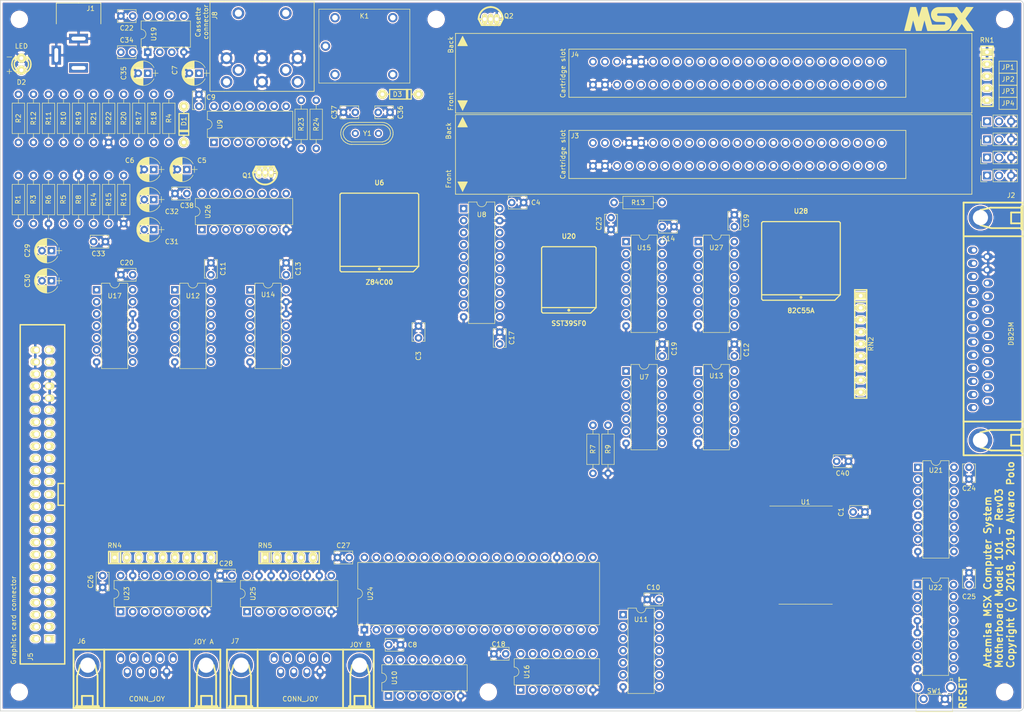
<source format=kicad_pcb>
(kicad_pcb (version 20171130) (host pcbnew "(5.1.0-0)")
  (layers (0 F.Cu signal) (31 B.Cu signal) (34 B.Paste user) (35 F.Paste user) (36 B.SilkS user) (37 F.SilkS user) (38 B.Mask user) (39 F.Mask user) (44 Edge.Cuts user))
  (net 0 "")
  (net 1 GND)
  (net 2 /~RESET)
  (net 3 /BEEP)
  (net 4 /~CS1)
  (net 5 /~CS2)
  (net 6 /~CS12)
  (net 7 /~SLTSL2)
  (net 8 /~RFSH)
  (net 9 /~M1)
  (net 10 /~IORQ)
  (net 11 /~MREQ)
  (net 12 /~WR)
  (net 13 /~RD)
  (net 14 /CPU/ADDR9)
  (net 15 /ADDR15)
  (net 16 /CPU/ADDR11)
  (net 17 /CPU/ADDR10)
  (net 18 /CPU/ADDR12)
  (net 19 /CPU/ADDR8)
  (net 20 /ADDR14)
  (net 21 /CPU/ADDR13)
  (net 22 /ADDR1)
  (net 23 /ADDR0)
  (net 24 /CPU/ADDR2)
  (net 25 /CPU/DATA1)
  (net 26 /CPU/DATA0)
  (net 27 /CPU/DATA3)
  (net 28 /CPU/DATA2)
  (net 29 /CPU/DATA5)
  (net 30 /CPU/DATA4)
  (net 31 /CPU/DATA7)
  (net 32 /CPU/DATA6)
  (net 33 /~SLTSL3)
  (net 34 "Net-(J3-Pad5)")
  (net 35 "Net-(J3-Pad10)")
  (net 36 "Net-(J3-Pad16)")
  (net 37 "Net-(J3-Pad44)")
  (net 38 "Net-(J3-Pad46)")
  (net 39 /PSG/JOYA3)
  (net 40 /PSG/JOYA4)
  (net 41 /PSG/JOYA2)
  (net 42 /PSG/JOYA1)
  (net 43 /PSG/JOYA6)
  (net 44 /PSG/JOYA7)
  (net 45 /PSG/IOB4)
  (net 46 /PSG/JOYB3)
  (net 47 /PSG/JOYB4)
  (net 48 /PSG/JOYB2)
  (net 49 /PSG/JOYB1)
  (net 50 /PSG/JOYB6)
  (net 51 /PSG/JOYB7)
  (net 52 /PSG/IOB5)
  (net 53 /AUDIO)
  (net 54 /~SLTSL1)
  (net 55 /CLK)
  (net 56 /CPU/D0)
  (net 57 /CPU/D1)
  (net 58 /CPU/D2)
  (net 59 /CPU/D3)
  (net 60 /CPU/D4)
  (net 61 /CPU/D5)
  (net 62 /CPU/D6)
  (net 63 /CPU/D7)
  (net 64 "Net-(U14-Pad11)")
  (net 65 "Net-(U15-Pad12)")
  (net 66 /PPI/PA3)
  (net 67 /KBD/KBCOL3)
  (net 68 /PPI/PA2)
  (net 69 /KBD/KBCOL4)
  (net 70 /PPI/PA1)
  (net 71 /KBD/KBCOL5)
  (net 72 /PPI/PA0)
  (net 73 /KBD/KBCOL6)
  (net 74 /KBD/KBCOL7)
  (net 75 /KBD/KBROW0)
  (net 76 /KBD/KBROW1)
  (net 77 /KBD/KBROW2)
  (net 78 /KBD/KBROW3)
  (net 79 /PPI/PA7)
  (net 80 /KBD/KBCOL0)
  (net 81 /PPI/PA6)
  (net 82 /KBD/KBCOL1)
  (net 83 /PPI/PA5)
  (net 84 /KBD/KBCOL2)
  (net 85 /PPI/PA4)
  (net 86 /~SLTSL0)
  (net 87 /KBD/~RSL0)
  (net 88 /KBD/~RSL1)
  (net 89 /KBD/~RSL2)
  (net 90 /KBD/~RSL3)
  (net 91 /KBD/~RSL4)
  (net 92 /KBD/~RSL5)
  (net 93 /KBD/~RSL6)
  (net 94 /KBD/~RSL7)
  (net 95 /KBD/~RSL8)
  (net 96 /KBD/~RSL9)
  (net 97 /KBD/~RSL10)
  (net 98 /PSG/IOB0)
  (net 99 /PSG/IOB3)
  (net 100 /PSG/IOB1)
  (net 101 /PSG/IOB2)
  (net 102 /PSG/IOA0)
  (net 103 /PSG/IOB6)
  (net 104 /PSG/IOA5)
  (net 105 /PSG/IOA4)
  (net 106 /PSG/IOA3)
  (net 107 /PSG/IOA2)
  (net 108 /PSG/IOA1)
  (net 109 /CASOUT)
  (net 110 /CASIN)
  (net 111 /EXTSOUND)
  (net 112 /RESET)
  (net 113 /PSGCLK)
  (net 114 /DATADIR)
  (net 115 /~PPIRD)
  (net 116 /~PPIWR)
  (net 117 /~SLTSLEN)
  (net 118 /DECODING/~PSGWR)
  (net 119 /DECODING/~PSGBDIR)
  (net 120 /PSGBDIR)
  (net 121 /PSGBC1)
  (net 122 /DECODING/~PSGRD)
  (net 123 /CPU/ADDR4)
  (net 124 /CPU/ADDR5)
  (net 125 /CPU/ADDR3)
  (net 126 /CPU/ADDR6)
  (net 127 /CPU/ADDR7)
  (net 128 /~VDPSL)
  (net 129 /DECODING/~PSGSL)
  (net 130 /DECODING/~PPISL)
  (net 131 /~PPIRDY)
  (net 132 ~)
  (net 133 "Net-(D2-Pad1)")
  (net 134 "Net-(Q1-Pad2)")
  (net 135 /~CAPSLOCK)
  (net 136 /KBD/~CAPSL)
  (net 137 "Net-(C7-Pad1)")
  (net 138 "Net-(C29-Pad2)")
  (net 139 "Net-(C30-Pad2)")
  (net 140 "Net-(C31-Pad2)")
  (net 141 "Net-(C33-Pad1)")
  (net 142 "Net-(C34-Pad1)")
  (net 143 "Net-(C35-Pad1)")
  (net 144 "Net-(C36-Pad1)")
  (net 145 "Net-(J4-Pad46)")
  (net 146 "Net-(J4-Pad44)")
  (net 147 "Net-(J4-Pad16)")
  (net 148 "Net-(J4-Pad10)")
  (net 149 "Net-(J4-Pad5)")
  (net 150 "Net-(J5-Pad5)")
  (net 151 "Net-(J5-Pad10)")
  (net 152 "Net-(J5-Pad46)")
  (net 153 "Net-(J5-Pad44)")
  (net 154 "Net-(J8-Pad4)")
  (net 155 "Net-(U6-Pad24)")
  (net 156 "Net-(U7-Pad6)")
  (net 157 "Net-(U7-Pad4)")
  (net 158 "Net-(U7-Pad8)")
  (net 159 "Net-(U9-Pad10)")
  (net 160 "Net-(U10-Pad6)")
  (net 161 "Net-(U10-Pad11)")
  (net 162 "Net-(U10-Pad4)")
  (net 163 "Net-(U10-Pad8)")
  (net 164 "Net-(U11-Pad10)")
  (net 165 "Net-(U12-Pad3)")
  (net 166 "Net-(U13-Pad6)")
  (net 167 "Net-(U13-Pad3)")
  (net 168 "Net-(U15-Pad3)")
  (net 169 "Net-(U15-Pad2)")
  (net 170 "Net-(U15-Pad9)")
  (net 171 "Net-(U17-Pad2)")
  (net 172 "Net-(U17-Pad9)")
  (net 173 "Net-(U19-Pad6)")
  (net 174 "Net-(U19-Pad5)")
  (net 175 "Net-(U25-Pad9)")
  (net 176 "Net-(Q1-Pad1)")
  (net 177 "Net-(Q2-Pad2)")
  (net 178 "Net-(R1-Pad1)")
  (net 179 "Net-(D3-Pad1)")
  (net 180 "Net-(J8-Pad7)")
  (net 181 "Net-(J8-Pad6)")
  (net 182 "Net-(K1-Pad5)")
  (net 183 "Net-(R7-Pad2)")
  (net 184 /~CASMOTOR)
  (net 185 "Net-(R17-Pad2)")
  (net 186 "Net-(R23-Pad2)")
  (net 187 "Net-(JP1-Pad2)")
  (net 188 "Net-(JP2-Pad2)")
  (net 189 "Net-(JP3-Pad2)")
  (net 190 "Net-(JP4-Pad2)")
  (net 191 /KBD/~KANAL)
  (net 192 /~KANALOCK)
  (net 193 "Net-(C31-Pad1)")
  (net 194 "Net-(C32-Pad2)")
  (net 195 "Net-(C34-Pad2)")
  (net 196 "Net-(C37-Pad1)")
  (net 197 "Net-(U22-Pad7)")
  (net 198 "Net-(U22-Pad12)")
  (net 199 "Net-(U22-Pad11)")
  (net 200 "Net-(U22-Pad10)")
  (net 201 "Net-(U22-Pad9)")
  (net 202 "Net-(U24-Pad39)")
  (net 203 "Net-(U24-Pad26)")
  (net 204 "Net-(U24-Pad5)")
  (net 205 "Net-(U24-Pad2)")
  (net 206 "Net-(U25-Pad12)")
  (net 207 "Net-(U26-Pad15)")
  (net 208 "Net-(U26-Pad7)")
  (net 209 "Net-(U26-Pad14)")
  (net 210 "Net-(U26-Pad13)")
  (net 211 "Net-(U26-Pad9)")
  (net 212 /~WAIT)
  (net 213 /~INT)
  (net 214 "Net-(U28-Pad34)")
  (net 215 "Net-(U28-Pad12)")
  (net 216 "Net-(U28-Pad23)")
  (net 217 "Net-(U28-Pad1)")
  (net 218 "Net-(U6-Pad28)")
  (net 219 "Net-(U6-Pad27)")
  (net 220 "Net-(U6-Pad25)")
  (net 221 "Net-(U6-Pad12)")
  (net 222 "Net-(U6-Pad6)")
  (net 223 "Net-(U6-Pad20)")
  (net 224 "Net-(U1-Pad1)")
  (module artemisa:SOP-32_450 (layer F.Cu) (at 226.873 195.703)
    (fp_text reference U1 (at 0 -11.2) (layer F.SilkS))
    (fp_text value AS6C1008)
    (pad 32 smd roundrect (at 6.55 -9.525) (size 2.05 0.6) (layers F.Cu F.Paste F.Mask) (net 132 ~))
    (pad 31 smd roundrect (at 6.55 -8.255) (size 2.05 0.6) (layers F.Cu F.Paste F.Mask) (net 15 /ADDR15))
    (pad 30 smd roundrect (at 6.55 -6.985) (size 2.05 0.6) (layers F.Cu F.Paste F.Mask) (net 132 ~))
    (pad 29 smd roundrect (at 6.55 -5.715) (size 2.05 0.6) (layers F.Cu F.Paste F.Mask) (net 12 /~WR))
    (pad 28 smd roundrect (at 6.55 -4.445) (size 2.05 0.6) (layers F.Cu F.Paste F.Mask) (net 21 /CPU/ADDR13))
    (pad 27 smd roundrect (at 6.55 -3.175) (size 2.05 0.6) (layers F.Cu F.Paste F.Mask) (net 19 /CPU/ADDR8))
    (pad 26 smd roundrect (at 6.55 -1.905) (size 2.05 0.6) (layers F.Cu F.Paste F.Mask) (net 14 /CPU/ADDR9))
    (pad 25 smd roundrect (at 6.55 -0.635) (size 2.05 0.6) (layers F.Cu F.Paste F.Mask) (net 16 /CPU/ADDR11))
    (pad 24 smd roundrect (at 6.55 0.635) (size 2.05 0.6) (layers F.Cu F.Paste F.Mask) (net 13 /~RD))
    (pad 23 smd roundrect (at 6.55 1.905) (size 2.05 0.6) (layers F.Cu F.Paste F.Mask) (net 17 /CPU/ADDR10))
    (pad 22 smd roundrect (at 6.55 3.175) (size 2.05 0.6) (layers F.Cu F.Paste F.Mask) (net 54 /~SLTSL1))
    (pad 21 smd roundrect (at 6.55 4.445) (size 2.05 0.6) (layers F.Cu F.Paste F.Mask) (net 31 /CPU/DATA7))
    (pad 20 smd roundrect (at 6.55 5.715) (size 2.05 0.6) (layers F.Cu F.Paste F.Mask) (net 32 /CPU/DATA6))
    (pad 19 smd roundrect (at 6.55 6.985) (size 2.05 0.6) (layers F.Cu F.Paste F.Mask) (net 29 /CPU/DATA5))
    (pad 18 smd roundrect (at 6.55 8.255) (size 2.05 0.6) (layers F.Cu F.Paste F.Mask) (net 30 /CPU/DATA4))
    (pad 17 smd roundrect (at 6.55 9.525) (size 2.05 0.6) (layers F.Cu F.Paste F.Mask) (net 27 /CPU/DATA3))
    (pad 16 smd roundrect (at -6.55 9.525) (size 2.05 0.6) (layers F.Cu F.Paste F.Mask) (net 1 GND))
    (pad 15 smd roundrect (at -6.55 8.255) (size 2.05 0.6) (layers F.Cu F.Paste F.Mask) (net 28 /CPU/DATA2))
    (pad 14 smd roundrect (at -6.55 6.985) (size 2.05 0.6) (layers F.Cu F.Paste F.Mask) (net 25 /CPU/DATA1))
    (pad 13 smd roundrect (at -6.55 5.715) (size 2.05 0.6) (layers F.Cu F.Paste F.Mask) (net 26 /CPU/DATA0))
    (pad 12 smd roundrect (at -6.55 4.445) (size 2.05 0.6) (layers F.Cu F.Paste F.Mask) (net 23 /ADDR0))
    (pad 11 smd roundrect (at -6.55 3.175) (size 2.05 0.6) (layers F.Cu F.Paste F.Mask) (net 22 /ADDR1))
    (pad 10 smd roundrect (at -6.55 1.905) (size 2.05 0.6) (layers F.Cu F.Paste F.Mask) (net 24 /CPU/ADDR2))
    (pad 9 smd roundrect (at -6.55 0.635) (size 2.05 0.6) (layers F.Cu F.Paste F.Mask) (net 125 /CPU/ADDR3))
    (pad 8 smd roundrect (at -6.55 -0.635) (size 2.05 0.6) (layers F.Cu F.Paste F.Mask) (net 123 /CPU/ADDR4))
    (pad 7 smd roundrect (at -6.55 -1.905) (size 2.05 0.6) (layers F.Cu F.Paste F.Mask) (net 124 /CPU/ADDR5))
    (pad 6 smd roundrect (at -6.55 -3.175) (size 2.05 0.6) (layers F.Cu F.Paste F.Mask) (net 126 /CPU/ADDR6))
    (pad 5 smd roundrect (at -6.55 -4.445) (size 2.05 0.6) (layers F.Cu F.Paste F.Mask) (net 127 /CPU/ADDR7))
    (pad 4 smd roundrect (at -6.55 -5.715) (size 2.05 0.6) (layers F.Cu F.Paste F.Mask) (net 18 /CPU/ADDR12))
    (pad 3 smd roundrect (at -6.55 -6.985) (size 2.05 0.6) (layers F.Cu F.Paste F.Mask) (net 20 /ADDR14))
    (pad 2 smd roundrect (at -6.55 -8.255) (size 2.05 0.6) (layers F.Cu F.Paste F.Mask) (net 1 GND))
    (pad 1 smd roundrect (at -6.55 -9.525) (size 2.05 0.6) (layers F.Cu F.Paste F.Mask) (net 224 "Net-(U1-Pad1)"))
  )
  (module artemisa:Disc_capacitor (layer F.Cu) (at 236.896 186.6)
    (fp_text reference C1 (at -2.54 0 90) (layer F.SilkS))
    (fp_text value 100nF)
    (pad 2 thru_hole circle (at 2.5 0) (size 1.6 1.6) (drill 0.8) (layers *.Cu *.Mask) (net 1 GND))
    (pad 1 thru_hole circle (at 0 0) (size 1.6 1.6) (drill 0.8) (layers *.Cu *.Mask) (net 132 ~))
  )
  (module artemisa:PLCC44 (layer F.Cu) (at 136.896 127.6)
    (fp_text reference U6 (at 0 -10.50036) (layer F.SilkS) (effects (font (size 1.00076 1.00076) (thickness 0.20066))))
    (fp_text value Z84C00 (at 0 10.50036) (layer F.SilkS) (effects (font (size 1.00076 1.00076) (thickness 0.20066))))
    (pad 39 smd oval (at -8.10006 6.35) (size 2.70002 0.70104) (layers F.Cu F.Paste F.Mask) (net 124 /CPU/ADDR5))
    (pad 38 smd oval (at -8.10006 5.08) (size 2.70002 0.70104) (layers F.Cu F.Paste F.Mask) (net 123 /CPU/ADDR4))
    (pad 37 smd oval (at -8.10006 3.81) (size 2.70002 0.70104) (layers F.Cu F.Paste F.Mask) (net 125 /CPU/ADDR3))
    (pad 36 smd oval (at -8.10006 2.54) (size 2.70002 0.70104) (layers F.Cu F.Paste F.Mask) (net 24 /CPU/ADDR2))
    (pad 35 smd oval (at -8.10006 1.27) (size 2.70002 0.70104) (layers F.Cu F.Paste F.Mask) (net 22 /ADDR1))
    (pad 34 smd oval (at -8.10006 0) (size 2.70002 0.70104) (layers F.Cu F.Paste F.Mask) (net 23 /ADDR0))
    (pad 33 smd oval (at -8.10006 -1.27) (size 2.70002 0.70104) (layers F.Cu F.Paste F.Mask) (net 1 GND))
    (pad 32 smd oval (at -8.10006 -2.54) (size 2.70002 0.70104) (layers F.Cu F.Paste F.Mask) (net 8 /~RFSH))
    (pad 31 smd oval (at -8.10006 -3.81) (size 2.70002 0.70104) (layers F.Cu F.Paste F.Mask) (net 9 /~M1))
    (pad 30 smd oval (at -8.10006 -5.08) (size 2.70002 0.70104) (layers F.Cu F.Paste F.Mask) (net 2 /~RESET))
    (pad 29 smd oval (at -8.10006 -6.35) (size 2.70002 0.70104) (layers F.Cu F.Paste F.Mask) (net 132 ~))
    (pad 28 smd oval (at -6.35 -8.10006) (size 0.70104 2.70002) (layers F.Cu F.Paste F.Mask) (net 218 "Net-(U6-Pad28)"))
    (pad 27 smd oval (at -5.08 -8.10006) (size 0.70104 2.70002) (layers F.Cu F.Paste F.Mask) (net 219 "Net-(U6-Pad27)"))
    (pad 26 smd oval (at -3.81 -8.10006) (size 0.70104 2.70002) (layers F.Cu F.Paste F.Mask) (net 12 /~WR))
    (pad 25 smd oval (at -2.54 -8.10006) (size 0.70104 2.70002) (layers F.Cu F.Paste F.Mask) (net 220 "Net-(U6-Pad25)"))
    (pad 24 smd oval (at -1.27 -8.10006) (size 0.70104 2.70002) (layers F.Cu F.Paste F.Mask) (net 155 "Net-(U6-Pad24)"))
    (pad 18 smd oval (at 6.35 -8.10006) (size 0.70104 2.70002) (layers F.Cu F.Paste F.Mask) (net 213 /~INT))
    (pad 12 smd oval (at 8.10006 0) (size 2.70002 0.70104) (layers F.Cu F.Paste F.Mask) (net 221 "Net-(U6-Pad12)"))
    (pad 11 smd oval (at 8.10006 1.27) (size 2.70002 0.70104) (layers F.Cu F.Paste F.Mask) (net 62 /CPU/D6))
    (pad 19 smd oval (at 5.08 -8.10006) (size 0.70104 2.70002) (layers F.Cu F.Paste F.Mask) (net 132 ~))
    (pad 41 smd oval (at -5.08 8.10006) (size 0.70104 2.70002) (layers F.Cu F.Paste F.Mask) (net 127 /CPU/ADDR7))
    (pad 5 smd oval (at 5.08 8.10006) (size 0.70104 2.70002) (layers F.Cu F.Paste F.Mask) (net 15 /ADDR15))
    (pad 6 smd oval (at 6.35 8.10006) (size 0.70104 2.70002) (layers F.Cu F.Paste F.Mask) (net 222 "Net-(U6-Pad6)"))
    (pad 20 smd oval (at 3.81 -8.10006) (size 0.70104 2.70002) (layers F.Cu F.Paste F.Mask) (net 223 "Net-(U6-Pad20)"))
    (pad 40 smd oval (at -6.35 8.10006) (size 0.70104 2.70002) (layers F.Cu F.Paste F.Mask) (net 126 /CPU/ADDR6))
    (pad 44 smd oval (at -1.27 8.10006) (size 0.70104 2.70002) (layers F.Cu F.Paste F.Mask) (net 17 /CPU/ADDR10))
    (pad 43 smd oval (at -2.54 8.10006) (size 0.70104 2.70002) (layers F.Cu F.Paste F.Mask) (net 14 /CPU/ADDR9))
    (pad 42 smd oval (at -3.81 8.10006) (size 0.70104 2.70002) (layers F.Cu F.Paste F.Mask) (net 19 /CPU/ADDR8))
    (pad 23 smd oval (at 0 -8.10006) (size 0.70104 2.70002) (layers F.Cu F.Paste F.Mask) (net 13 /~RD))
    (pad 22 smd oval (at 1.27 -8.10006) (size 0.70104 2.70002) (layers F.Cu F.Paste F.Mask) (net 10 /~IORQ))
    (pad 21 smd oval (at 2.54 -8.10006) (size 0.70104 2.70002) (layers F.Cu F.Paste F.Mask) (net 11 /~MREQ))
    (pad 17 smd oval (at 8.10006 -6.35) (size 2.70002 0.70104) (layers F.Cu F.Paste F.Mask) (net 57 /CPU/D1))
    (pad 16 smd oval (at 8.10006 -5.08) (size 2.70002 0.70104) (layers F.Cu F.Paste F.Mask) (net 56 /CPU/D0))
    (pad 15 smd oval (at 8.10006 -3.81) (size 2.70002 0.70104) (layers F.Cu F.Paste F.Mask) (net 63 /CPU/D7))
    (pad 14 smd oval (at 8.10006 -2.54) (size 2.70002 0.70104) (layers F.Cu F.Paste F.Mask) (net 58 /CPU/D2))
    (pad 13 smd oval (at 8.10006 -1.27) (size 2.70002 0.70104) (layers F.Cu F.Paste F.Mask) (net 132 ~))
    (pad 10 smd oval (at 8.10006 2.54) (size 2.70002 0.70104) (layers F.Cu F.Paste F.Mask) (net 61 /CPU/D5))
    (pad 9 smd oval (at 8.10006 3.81) (size 2.70002 0.70104) (layers F.Cu F.Paste F.Mask) (net 59 /CPU/D3))
    (pad 8 smd oval (at 8.10006 5.08) (size 2.70002 0.70104) (layers F.Cu F.Paste F.Mask) (net 60 /CPU/D4))
    (pad 7 smd oval (at 8.10006 6.35) (size 2.70002 0.70104) (layers F.Cu F.Paste F.Mask) (net 55 /CLK))
    (pad 4 smd oval (at 3.81 8.10006) (size 0.70104 2.70002) (layers F.Cu F.Paste F.Mask) (net 20 /ADDR14))
    (pad 3 smd oval (at 2.54 8.10006) (size 0.70104 2.70002) (layers F.Cu F.Paste F.Mask) (net 21 /CPU/ADDR13))
    (pad 2 smd oval (at 1.27 8.10006) (size 0.70104 2.70002) (layers F.Cu F.Paste F.Mask) (net 18 /CPU/ADDR12))
    (pad 1 smd oval (at 0 8.10006) (size 0.70104 2.70002) (layers F.Cu F.Paste F.Mask) (net 16 /CPU/ADDR11))
  )
  (module artemisa:PLCC44 (layer F.Cu) (at 225.896 133.6)
    (fp_text reference U28 (at 0 -10.50036) (layer F.SilkS) (effects (font (size 1.00076 1.00076) (thickness 0.20066))))
    (fp_text value 82C55A (at 0 10.50036) (layer F.SilkS) (effects (font (size 1.00076 1.00076) (thickness 0.20066))))
    (pad 39 smd oval (at -8.10006 6.35) (size 2.70002 0.70104) (layers F.Cu F.Paste F.Mask) (net 112 /RESET))
    (pad 38 smd oval (at -8.10006 5.08) (size 2.70002 0.70104) (layers F.Cu F.Paste F.Mask) (net 26 /CPU/DATA0))
    (pad 37 smd oval (at -8.10006 3.81) (size 2.70002 0.70104) (layers F.Cu F.Paste F.Mask) (net 25 /CPU/DATA1))
    (pad 36 smd oval (at -8.10006 2.54) (size 2.70002 0.70104) (layers F.Cu F.Paste F.Mask) (net 28 /CPU/DATA2))
    (pad 35 smd oval (at -8.10006 1.27) (size 2.70002 0.70104) (layers F.Cu F.Paste F.Mask) (net 27 /CPU/DATA3))
    (pad 34 smd oval (at -8.10006 0) (size 2.70002 0.70104) (layers F.Cu F.Paste F.Mask) (net 214 "Net-(U28-Pad34)"))
    (pad 33 smd oval (at -8.10006 -1.27) (size 2.70002 0.70104) (layers F.Cu F.Paste F.Mask) (net 30 /CPU/DATA4))
    (pad 32 smd oval (at -8.10006 -2.54) (size 2.70002 0.70104) (layers F.Cu F.Paste F.Mask) (net 29 /CPU/DATA5))
    (pad 31 smd oval (at -8.10006 -3.81) (size 2.70002 0.70104) (layers F.Cu F.Paste F.Mask) (net 32 /CPU/DATA6))
    (pad 30 smd oval (at -8.10006 -5.08) (size 2.70002 0.70104) (layers F.Cu F.Paste F.Mask) (net 31 /CPU/DATA7))
    (pad 29 smd oval (at -8.10006 -6.35) (size 2.70002 0.70104) (layers F.Cu F.Paste F.Mask) (net 132 ~))
    (pad 28 smd oval (at -6.35 -8.10006) (size 0.70104 2.70002) (layers F.Cu F.Paste F.Mask) (net 74 /KBD/KBCOL7))
    (pad 27 smd oval (at -5.08 -8.10006) (size 0.70104 2.70002) (layers F.Cu F.Paste F.Mask) (net 73 /KBD/KBCOL6))
    (pad 26 smd oval (at -3.81 -8.10006) (size 0.70104 2.70002) (layers F.Cu F.Paste F.Mask) (net 71 /KBD/KBCOL5))
    (pad 25 smd oval (at -2.54 -8.10006) (size 0.70104 2.70002) (layers F.Cu F.Paste F.Mask) (net 69 /KBD/KBCOL4))
    (pad 24 smd oval (at -1.27 -8.10006) (size 0.70104 2.70002) (layers F.Cu F.Paste F.Mask) (net 67 /KBD/KBCOL3))
    (pad 18 smd oval (at 6.35 -8.10006) (size 0.70104 2.70002) (layers F.Cu F.Paste F.Mask) (net 77 /KBD/KBROW2))
    (pad 12 smd oval (at 8.10006 0) (size 2.70002 0.70104) (layers F.Cu F.Paste F.Mask) (net 215 "Net-(U28-Pad12)"))
    (pad 11 smd oval (at 8.10006 1.27) (size 2.70002 0.70104) (layers F.Cu F.Paste F.Mask) (net 3 /BEEP))
    (pad 19 smd oval (at 5.08 -8.10006) (size 0.70104 2.70002) (layers F.Cu F.Paste F.Mask) (net 78 /KBD/KBROW3))
    (pad 41 smd oval (at -5.08 8.10006) (size 0.70104 2.70002) (layers F.Cu F.Paste F.Mask) (net 79 /PPI/PA7))
    (pad 5 smd oval (at 5.08 8.10006) (size 0.70104 2.70002) (layers F.Cu F.Paste F.Mask) (net 72 /PPI/PA0))
    (pad 6 smd oval (at 6.35 8.10006) (size 0.70104 2.70002) (layers F.Cu F.Paste F.Mask) (net 115 /~PPIRD))
    (pad 20 smd oval (at 3.81 -8.10006) (size 0.70104 2.70002) (layers F.Cu F.Paste F.Mask) (net 80 /KBD/KBCOL0))
    (pad 40 smd oval (at -6.35 8.10006) (size 0.70104 2.70002) (layers F.Cu F.Paste F.Mask) (net 116 /~PPIWR))
    (pad 44 smd oval (at -1.27 8.10006) (size 0.70104 2.70002) (layers F.Cu F.Paste F.Mask) (net 85 /PPI/PA4))
    (pad 43 smd oval (at -2.54 8.10006) (size 0.70104 2.70002) (layers F.Cu F.Paste F.Mask) (net 83 /PPI/PA5))
    (pad 42 smd oval (at -3.81 8.10006) (size 0.70104 2.70002) (layers F.Cu F.Paste F.Mask) (net 81 /PPI/PA6))
    (pad 23 smd oval (at 0 -8.10006) (size 0.70104 2.70002) (layers F.Cu F.Paste F.Mask) (net 216 "Net-(U28-Pad23)"))
    (pad 22 smd oval (at 1.27 -8.10006) (size 0.70104 2.70002) (layers F.Cu F.Paste F.Mask) (net 84 /KBD/KBCOL2))
    (pad 21 smd oval (at 2.54 -8.10006) (size 0.70104 2.70002) (layers F.Cu F.Paste F.Mask) (net 82 /KBD/KBCOL1))
    (pad 17 smd oval (at 8.10006 -6.35) (size 2.70002 0.70104) (layers F.Cu F.Paste F.Mask) (net 76 /KBD/KBROW1))
    (pad 16 smd oval (at 8.10006 -5.08) (size 2.70002 0.70104) (layers F.Cu F.Paste F.Mask) (net 75 /KBD/KBROW0))
    (pad 15 smd oval (at 8.10006 -3.81) (size 2.70002 0.70104) (layers F.Cu F.Paste F.Mask) (net 184 /~CASMOTOR))
    (pad 14 smd oval (at 8.10006 -2.54) (size 2.70002 0.70104) (layers F.Cu F.Paste F.Mask) (net 109 /CASOUT))
    (pad 13 smd oval (at 8.10006 -1.27) (size 2.70002 0.70104) (layers F.Cu F.Paste F.Mask) (net 135 /~CAPSLOCK))
    (pad 10 smd oval (at 8.10006 2.54) (size 2.70002 0.70104) (layers F.Cu F.Paste F.Mask) (net 23 /ADDR0))
    (pad 9 smd oval (at 8.10006 3.81) (size 2.70002 0.70104) (layers F.Cu F.Paste F.Mask) (net 22 /ADDR1))
    (pad 8 smd oval (at 8.10006 5.08) (size 2.70002 0.70104) (layers F.Cu F.Paste F.Mask) (net 1 GND))
    (pad 7 smd oval (at 8.10006 6.35) (size 2.70002 0.70104) (layers F.Cu F.Paste F.Mask) (net 1 GND))
    (pad 4 smd oval (at 3.81 8.10006) (size 0.70104 2.70002) (layers F.Cu F.Paste F.Mask) (net 70 /PPI/PA1))
    (pad 3 smd oval (at 2.54 8.10006) (size 0.70104 2.70002) (layers F.Cu F.Paste F.Mask) (net 68 /PPI/PA2))
    (pad 2 smd oval (at 1.27 8.10006) (size 0.70104 2.70002) (layers F.Cu F.Paste F.Mask) (net 66 /PPI/PA3))
    (pad 1 smd oval (at 0 8.10006) (size 0.70104 2.70002) (layers F.Cu F.Paste F.Mask) (net 217 "Net-(U28-Pad1)"))
  )
  (module artemisa:PLCC32 (layer F.Cu) (at 176.896 137.6)
    (fp_text reference U20 (at 0 -9.19988) (layer F.SilkS) (effects (font (size 1.00076 1.00076) (thickness 0.20066))))
    (fp_text value SST39SF0 (at 0 9.19988) (layer F.SilkS) (effects (font (size 1.00076 1.00076) (thickness 0.20066))))
    (pad 13 smd oval (at 5.4991 -5.08) (size 2.70002 0.70104) (layers F.Cu F.Paste F.Mask) (net 26 /CPU/DATA0))
    (pad 12 smd oval (at 5.4991 -3.81) (size 2.70002 0.70104) (layers F.Cu F.Paste F.Mask) (net 23 /ADDR0))
    (pad 21 smd oval (at -5.4991 -5.08) (size 2.70002 0.70104) (layers F.Cu F.Paste F.Mask) (net 31 /CPU/DATA7))
    (pad 29 smd oval (at -5.4991 5.08) (size 2.70002 0.70104) (layers F.Cu F.Paste F.Mask) (net 20 /ADDR14))
    (pad 20 smd oval (at -3.81 -6.7691) (size 0.70104 2.70002) (layers F.Cu F.Paste F.Mask) (net 32 /CPU/DATA6))
    (pad 14 smd oval (at 3.81 -6.7691) (size 0.70104 2.70002) (layers F.Cu F.Paste F.Mask) (net 25 /CPU/DATA1))
    (pad 11 smd oval (at 5.4991 -2.54) (size 2.70002 0.70104) (layers F.Cu F.Paste F.Mask) (net 22 /ADDR1))
    (pad 22 smd oval (at -5.4991 -3.81) (size 2.70002 0.70104) (layers F.Cu F.Paste F.Mask) (net 86 /~SLTSL0))
    (pad 28 smd oval (at -5.4991 3.81) (size 2.70002 0.70104) (layers F.Cu F.Paste F.Mask) (net 21 /CPU/ADDR13))
    (pad 5 smd oval (at 5.4991 5.08) (size 2.70002 0.70104) (layers F.Cu F.Paste F.Mask) (net 127 /CPU/ADDR7))
    (pad 6 smd oval (at 5.4991 3.81) (size 2.70002 0.70104) (layers F.Cu F.Paste F.Mask) (net 126 /CPU/ADDR6))
    (pad 23 smd oval (at -5.4991 -2.54) (size 2.70002 0.70104) (layers F.Cu F.Paste F.Mask) (net 17 /CPU/ADDR10))
    (pad 27 smd oval (at -5.4991 2.54) (size 2.70002 0.70104) (layers F.Cu F.Paste F.Mask) (net 19 /CPU/ADDR8))
    (pad 32 smd oval (at -1.27 6.7691) (size 0.70104 2.70002) (layers F.Cu F.Paste F.Mask) (net 132 ~))
    (pad 31 smd oval (at -2.54 6.7691) (size 0.70104 2.70002) (layers F.Cu F.Paste F.Mask) (net 132 ~))
    (pad 30 smd oval (at -3.81 6.7691) (size 0.70104 2.70002) (layers F.Cu F.Paste F.Mask) (net 189 "Net-(JP3-Pad2)"))
    (pad 26 smd oval (at -5.4991 1.27) (size 2.70002 0.70104) (layers F.Cu F.Paste F.Mask) (net 14 /CPU/ADDR9))
    (pad 25 smd oval (at -5.4991 0) (size 2.70002 0.70104) (layers F.Cu F.Paste F.Mask) (net 16 /CPU/ADDR11))
    (pad 24 smd oval (at -5.4991 -1.27) (size 2.70002 0.70104) (layers F.Cu F.Paste F.Mask) (net 13 /~RD))
    (pad 19 smd oval (at -2.54 -6.7691) (size 0.70104 2.70002) (layers F.Cu F.Paste F.Mask) (net 29 /CPU/DATA5))
    (pad 18 smd oval (at -1.27 -6.7691) (size 0.70104 2.70002) (layers F.Cu F.Paste F.Mask) (net 30 /CPU/DATA4))
    (pad 17 smd oval (at 0 -6.7691) (size 0.70104 2.70002) (layers F.Cu F.Paste F.Mask) (net 27 /CPU/DATA3))
    (pad 16 smd oval (at 1.27 -6.7691) (size 0.70104 2.70002) (layers F.Cu F.Paste F.Mask) (net 1 GND))
    (pad 15 smd oval (at 2.54 -6.7691) (size 0.70104 2.70002) (layers F.Cu F.Paste F.Mask) (net 28 /CPU/DATA2))
    (pad 10 smd oval (at 5.4991 -1.27) (size 2.70002 0.70104) (layers F.Cu F.Paste F.Mask) (net 24 /CPU/ADDR2))
    (pad 9 smd oval (at 5.4991 0) (size 2.70002 0.70104) (layers F.Cu F.Paste F.Mask) (net 125 /CPU/ADDR3))
    (pad 8 smd oval (at 5.4991 1.27) (size 2.70002 0.70104) (layers F.Cu F.Paste F.Mask) (net 123 /CPU/ADDR4))
    (pad 7 smd oval (at 5.4991 2.54) (size 2.70002 0.70104) (layers F.Cu F.Paste F.Mask) (net 124 /CPU/ADDR5))
    (pad 4 smd oval (at 3.81 6.7691) (size 0.70104 2.70002) (layers F.Cu F.Paste F.Mask) (net 18 /CPU/ADDR12))
    (pad 3 smd oval (at 2.54 6.7691) (size 0.70104 2.70002) (layers F.Cu F.Paste F.Mask) (net 187 "Net-(JP1-Pad2)"))
    (pad 2 smd oval (at 1.27 6.7691) (size 0.70104 2.70002) (layers F.Cu F.Paste F.Mask) (net 188 "Net-(JP2-Pad2)"))
    (pad 1 smd oval (at 0 6.7691) (size 0.70104 2.70002) (layers F.Cu F.Paste F.Mask) (net 190 "Net-(JP4-Pad2)"))
  )
  (module artemisa:MSX_logo (layer F.Cu) (at 255.016 82.55)
    (fp_text reference G*** hide)
    (fp_text value LOGO hide)
  )
  (module artemisa:Radial_capacitor (layer F.Cu) (at 89.281 114.3 180)
    (fp_text reference C6 (at 5.08 1.905 180) (layer F.SilkS))
    (fp_text value 10uF)
    (pad 2 thru_hole circle (at 2 0 180) (size 1.6 1.6) (drill 0.8) (layers *.Cu *.Mask) (net 1 GND))
    (pad 1 thru_hole rect (at 0 0 180) (size 1.6 1.6) (drill 0.8) (layers *.Cu *.Mask) (net 132 ~))
  )
  (module artemisa:Radial_capacitor (layer F.Cu) (at 96.266 114.3 180)
    (fp_text reference C5 (at -3.175 1.905 180) (layer F.SilkS))
    (fp_text value 100uF)
    (pad 2 thru_hole circle (at 2 0 180) (size 1.6 1.6) (drill 0.8) (layers *.Cu *.Mask) (net 1 GND))
    (pad 1 thru_hole rect (at 0 0 180) (size 1.6 1.6) (drill 0.8) (layers *.Cu *.Mask) (net 132 ~))
  )
  (module artemisa:Mounting_hole_M3 (layer F.Cu) (at 60.896 82.6)
    (fp_text reference REF** hide)
    (fp_text value MountingHole_M3)
    (pad 1 np_thru_hole circle (at 0 0) (size 3.2 3.2) (drill 3.2) (layers *.Cu *.Mask))
  )
  (module artemisa:DIP-8_300 (layer F.Cu) (at 88.011 89.535 90)
    (fp_text reference U19 (at 3.81 1.27 90) (layer F.SilkS))
    (fp_text value LM311)
    (pad 8 thru_hole oval (at 7.62 0 90) (size 1.6 1.6) (drill 0.8) (layers *.Cu *.Mask) (net 132 ~))
    (pad 4 thru_hole oval (at 0 7.62 90) (size 1.6 1.6) (drill 0.8) (layers *.Cu *.Mask) (net 1 GND))
    (pad 7 thru_hole oval (at 7.62 2.54 90) (size 1.6 1.6) (drill 0.8) (layers *.Cu *.Mask) (net 110 /CASIN))
    (pad 3 thru_hole oval (at 0 5.08 90) (size 1.6 1.6) (drill 0.8) (layers *.Cu *.Mask) (net 185 "Net-(R17-Pad2)"))
    (pad 6 thru_hole oval (at 7.62 5.08 90) (size 1.6 1.6) (drill 0.8) (layers *.Cu *.Mask) (net 173 "Net-(U19-Pad6)"))
    (pad 2 thru_hole oval (at 0 2.54 90) (size 1.6 1.6) (drill 0.8) (layers *.Cu *.Mask) (net 143 "Net-(C35-Pad1)"))
    (pad 5 thru_hole oval (at 7.62 7.62 90) (size 1.6 1.6) (drill 0.8) (layers *.Cu *.Mask) (net 174 "Net-(U19-Pad5)"))
    (pad 1 thru_hole rect (at 0 0 90) (size 1.6 1.6) (drill 0.8) (layers *.Cu *.Mask) (net 1 GND))
  )
  (module artemisa:Radial_capacitor (layer F.Cu) (at 98.806 93.98 180)
    (fp_text reference C7 (at 5.08 0.635 270) (layer F.SilkS))
    (fp_text value 100uF)
    (pad 2 thru_hole circle (at 2 0 180) (size 1.6 1.6) (drill 0.8) (layers *.Cu *.Mask) (net 1 GND))
    (pad 1 thru_hole rect (at 0 0 180) (size 1.6 1.6) (drill 0.8) (layers *.Cu *.Mask) (net 137 "Net-(C7-Pad1)"))
  )
  (module artemisa:Radial_capacitor (layer F.Cu) (at 89.281 120.65 180)
    (fp_text reference C32 (at -3.81 -2.54) (layer F.SilkS))
    (fp_text value 1uF)
    (pad 2 thru_hole circle (at 2 0 180) (size 1.6 1.6) (drill 0.8) (layers *.Cu *.Mask) (net 194 "Net-(C32-Pad2)"))
    (pad 1 thru_hole rect (at 0 0 180) (size 1.6 1.6) (drill 0.8) (layers *.Cu *.Mask) (net 109 /CASOUT))
  )
  (module artemisa:Radial_capacitor (layer F.Cu) (at 88.011 93.98 180)
    (fp_text reference C35 (at 5.08 0 270) (layer F.SilkS))
    (fp_text value 1uF)
    (pad 2 thru_hole circle (at 2 0 180) (size 1.6 1.6) (drill 0.8) (layers *.Cu *.Mask) (net 1 GND))
    (pad 1 thru_hole rect (at 0 0 180) (size 1.6 1.6) (drill 0.8) (layers *.Cu *.Mask) (net 143 "Net-(C35-Pad1)"))
  )
  (module artemisa:Radial_capacitor (layer F.Cu) (at 67.691 131.445 180)
    (fp_text reference C29 (at 5.08 0 -90) (layer F.SilkS))
    (fp_text value 10u)
    (pad 2 thru_hole circle (at 2 0 180) (size 1.6 1.6) (drill 0.8) (layers *.Cu *.Mask) (net 138 "Net-(C29-Pad2)"))
    (pad 1 thru_hole rect (at 0 0 180) (size 1.6 1.6) (drill 0.8) (layers *.Cu *.Mask) (net 3 /BEEP))
  )
  (module artemisa:Radial_capacitor (layer F.Cu) (at 67.691 137.795 180)
    (fp_text reference C30 (at 5.08 0 -90) (layer F.SilkS))
    (fp_text value 10u)
    (pad 2 thru_hole circle (at 2 0 180) (size 1.6 1.6) (drill 0.8) (layers *.Cu *.Mask) (net 139 "Net-(C30-Pad2)"))
    (pad 1 thru_hole rect (at 0 0 180) (size 1.6 1.6) (drill 0.8) (layers *.Cu *.Mask) (net 111 /EXTSOUND))
  )
  (module artemisa:Radial_capacitor (layer F.Cu) (at 89.281 127 180)
    (fp_text reference C31 (at -3.81 -2.54 180) (layer F.SilkS))
    (fp_text value 10u)
    (pad 2 thru_hole circle (at 2 0 180) (size 1.6 1.6) (drill 0.8) (layers *.Cu *.Mask) (net 140 "Net-(C31-Pad2)"))
    (pad 1 thru_hole rect (at 0 0 180) (size 1.6 1.6) (drill 0.8) (layers *.Cu *.Mask) (net 193 "Net-(C31-Pad1)"))
  )
  (module artemisa:DIP-20_300 (layer F.Cu) (at 154.686 122.555)
    (fp_text reference U8 (at 3.81 1.27) (layer F.SilkS))
    (fp_text value 74HCT245)
    (pad 20 thru_hole oval (at 7.62 0) (size 1.6 1.6) (drill 0.8) (layers *.Cu *.Mask) (net 132 ~))
    (pad 10 thru_hole oval (at 0 22.86) (size 1.6 1.6) (drill 0.8) (layers *.Cu *.Mask) (net 1 GND))
    (pad 19 thru_hole oval (at 7.62 2.54) (size 1.6 1.6) (drill 0.8) (layers *.Cu *.Mask) (net 1 GND))
    (pad 9 thru_hole oval (at 0 20.32) (size 1.6 1.6) (drill 0.8) (layers *.Cu *.Mask) (net 63 /CPU/D7))
    (pad 18 thru_hole oval (at 7.62 5.08) (size 1.6 1.6) (drill 0.8) (layers *.Cu *.Mask) (net 26 /CPU/DATA0))
    (pad 8 thru_hole oval (at 0 17.78) (size 1.6 1.6) (drill 0.8) (layers *.Cu *.Mask) (net 62 /CPU/D6))
    (pad 17 thru_hole oval (at 7.62 7.62) (size 1.6 1.6) (drill 0.8) (layers *.Cu *.Mask) (net 25 /CPU/DATA1))
    (pad 7 thru_hole oval (at 0 15.24) (size 1.6 1.6) (drill 0.8) (layers *.Cu *.Mask) (net 61 /CPU/D5))
    (pad 16 thru_hole oval (at 7.62 10.16) (size 1.6 1.6) (drill 0.8) (layers *.Cu *.Mask) (net 28 /CPU/DATA2))
    (pad 6 thru_hole oval (at 0 12.7) (size 1.6 1.6) (drill 0.8) (layers *.Cu *.Mask) (net 60 /CPU/D4))
    (pad 15 thru_hole oval (at 7.62 12.7) (size 1.6 1.6) (drill 0.8) (layers *.Cu *.Mask) (net 27 /CPU/DATA3))
    (pad 5 thru_hole oval (at 0 10.16) (size 1.6 1.6) (drill 0.8) (layers *.Cu *.Mask) (net 59 /CPU/D3))
    (pad 14 thru_hole oval (at 7.62 15.24) (size 1.6 1.6) (drill 0.8) (layers *.Cu *.Mask) (net 30 /CPU/DATA4))
    (pad 4 thru_hole oval (at 0 7.62) (size 1.6 1.6) (drill 0.8) (layers *.Cu *.Mask) (net 58 /CPU/D2))
    (pad 13 thru_hole oval (at 7.62 17.78) (size 1.6 1.6) (drill 0.8) (layers *.Cu *.Mask) (net 29 /CPU/DATA5))
    (pad 3 thru_hole oval (at 0 5.08) (size 1.6 1.6) (drill 0.8) (layers *.Cu *.Mask) (net 57 /CPU/D1))
    (pad 12 thru_hole oval (at 7.62 20.32) (size 1.6 1.6) (drill 0.8) (layers *.Cu *.Mask) (net 32 /CPU/DATA6))
    (pad 2 thru_hole oval (at 0 2.54) (size 1.6 1.6) (drill 0.8) (layers *.Cu *.Mask) (net 56 /CPU/D0))
    (pad 11 thru_hole oval (at 7.62 22.86) (size 1.6 1.6) (drill 0.8) (layers *.Cu *.Mask) (net 31 /CPU/DATA7))
    (pad 1 thru_hole rect (at 0 0) (size 1.6 1.6) (drill 0.8) (layers *.Cu *.Mask) (net 114 /DATADIR))
  )
  (module artemisa:DIP-14_300 (layer F.Cu) (at 188.976 156.845)
    (fp_text reference U7 (at 3.81 1.27) (layer F.SilkS))
    (fp_text value 74HC74)
    (pad 14 thru_hole oval (at 7.62 0) (size 1.6 1.6) (drill 0.8) (layers *.Cu *.Mask) (net 132 ~))
    (pad 7 thru_hole oval (at 0 15.24) (size 1.6 1.6) (drill 0.8) (layers *.Cu *.Mask) (net 1 GND))
    (pad 13 thru_hole oval (at 7.62 2.54) (size 1.6 1.6) (drill 0.8) (layers *.Cu *.Mask) (net 132 ~))
    (pad 6 thru_hole oval (at 0 12.7) (size 1.6 1.6) (drill 0.8) (layers *.Cu *.Mask) (net 156 "Net-(U7-Pad6)"))
    (pad 12 thru_hole oval (at 7.62 5.08) (size 1.6 1.6) (drill 0.8) (layers *.Cu *.Mask) (net 218 "Net-(U6-Pad28)"))
    (pad 5 thru_hole oval (at 0 10.16) (size 1.6 1.6) (drill 0.8) (layers *.Cu *.Mask) (net 218 "Net-(U6-Pad28)"))
    (pad 11 thru_hole oval (at 7.62 7.62) (size 1.6 1.6) (drill 0.8) (layers *.Cu *.Mask) (net 55 /CLK))
    (pad 4 thru_hole oval (at 0 7.62) (size 1.6 1.6) (drill 0.8) (layers *.Cu *.Mask) (net 157 "Net-(U7-Pad4)"))
    (pad 10 thru_hole oval (at 7.62 10.16) (size 1.6 1.6) (drill 0.8) (layers *.Cu *.Mask) (net 212 /~WAIT))
    (pad 3 thru_hole oval (at 0 5.08) (size 1.6 1.6) (drill 0.8) (layers *.Cu *.Mask) (net 55 /CLK))
    (pad 9 thru_hole oval (at 7.62 12.7) (size 1.6 1.6) (drill 0.8) (layers *.Cu *.Mask) (net 157 "Net-(U7-Pad4)"))
    (pad 2 thru_hole oval (at 0 2.54) (size 1.6 1.6) (drill 0.8) (layers *.Cu *.Mask) (net 9 /~M1))
    (pad 8 thru_hole oval (at 7.62 15.24) (size 1.6 1.6) (drill 0.8) (layers *.Cu *.Mask) (net 158 "Net-(U7-Pad8)"))
    (pad 1 thru_hole rect (at 0 0) (size 1.6 1.6) (drill 0.8) (layers *.Cu *.Mask) (net 212 /~WAIT))
  )
  (module artemisa:DIP-16_300 (layer F.Cu) (at 204.216 129.54)
    (fp_text reference U27 (at 3.81 1.27) (layer F.SilkS))
    (fp_text value 74HC153)
    (pad 16 thru_hole oval (at 7.62 0) (size 1.6 1.6) (drill 0.8) (layers *.Cu *.Mask) (net 132 ~))
    (pad 8 thru_hole oval (at 0 17.78) (size 1.6 1.6) (drill 0.8) (layers *.Cu *.Mask) (net 1 GND))
    (pad 15 thru_hole oval (at 7.62 2.54) (size 1.6 1.6) (drill 0.8) (layers *.Cu *.Mask) (net 131 /~PPIRDY))
    (pad 7 thru_hole oval (at 0 15.24) (size 1.6 1.6) (drill 0.8) (layers *.Cu *.Mask) (net 169 "Net-(U15-Pad2)"))
    (pad 14 thru_hole oval (at 7.62 5.08) (size 1.6 1.6) (drill 0.8) (layers *.Cu *.Mask) (net 20 /ADDR14))
    (pad 6 thru_hole oval (at 0 12.7) (size 1.6 1.6) (drill 0.8) (layers *.Cu *.Mask) (net 72 /PPI/PA0))
    (pad 13 thru_hole oval (at 7.62 7.62) (size 1.6 1.6) (drill 0.8) (layers *.Cu *.Mask) (net 79 /PPI/PA7))
    (pad 5 thru_hole oval (at 0 10.16) (size 1.6 1.6) (drill 0.8) (layers *.Cu *.Mask) (net 68 /PPI/PA2))
    (pad 12 thru_hole oval (at 7.62 10.16) (size 1.6 1.6) (drill 0.8) (layers *.Cu *.Mask) (net 83 /PPI/PA5))
    (pad 4 thru_hole oval (at 0 7.62) (size 1.6 1.6) (drill 0.8) (layers *.Cu *.Mask) (net 85 /PPI/PA4))
    (pad 11 thru_hole oval (at 7.62 12.7) (size 1.6 1.6) (drill 0.8) (layers *.Cu *.Mask) (net 66 /PPI/PA3))
    (pad 3 thru_hole oval (at 0 5.08) (size 1.6 1.6) (drill 0.8) (layers *.Cu *.Mask) (net 81 /PPI/PA6))
    (pad 10 thru_hole oval (at 7.62 15.24) (size 1.6 1.6) (drill 0.8) (layers *.Cu *.Mask) (net 70 /PPI/PA1))
    (pad 2 thru_hole oval (at 0 2.54) (size 1.6 1.6) (drill 0.8) (layers *.Cu *.Mask) (net 15 /ADDR15))
    (pad 9 thru_hole oval (at 7.62 17.78) (size 1.6 1.6) (drill 0.8) (layers *.Cu *.Mask) (net 168 "Net-(U15-Pad3)"))
    (pad 1 thru_hole rect (at 0 0) (size 1.6 1.6) (drill 0.8) (layers *.Cu *.Mask) (net 131 /~PPIRDY))
  )
  (module artemisa:DIP-16_300 (layer F.Cu) (at 99.441 127 90)
    (fp_text reference U26 (at 3.81 1.27 90) (layer F.SilkS))
    (fp_text value 74HC138)
    (pad 16 thru_hole oval (at 7.62 0 90) (size 1.6 1.6) (drill 0.8) (layers *.Cu *.Mask) (net 132 ~))
    (pad 8 thru_hole oval (at 0 17.78 90) (size 1.6 1.6) (drill 0.8) (layers *.Cu *.Mask) (net 1 GND))
    (pad 15 thru_hole oval (at 7.62 2.54 90) (size 1.6 1.6) (drill 0.8) (layers *.Cu *.Mask) (net 207 "Net-(U26-Pad15)"))
    (pad 7 thru_hole oval (at 0 15.24 90) (size 1.6 1.6) (drill 0.8) (layers *.Cu *.Mask) (net 208 "Net-(U26-Pad7)"))
    (pad 14 thru_hole oval (at 7.62 5.08 90) (size 1.6 1.6) (drill 0.8) (layers *.Cu *.Mask) (net 209 "Net-(U26-Pad14)"))
    (pad 6 thru_hole oval (at 0 12.7 90) (size 1.6 1.6) (drill 0.8) (layers *.Cu *.Mask) (net 9 /~M1))
    (pad 13 thru_hole oval (at 7.62 7.62 90) (size 1.6 1.6) (drill 0.8) (layers *.Cu *.Mask) (net 210 "Net-(U26-Pad13)"))
    (pad 5 thru_hole oval (at 0 10.16 90) (size 1.6 1.6) (drill 0.8) (layers *.Cu *.Mask) (net 10 /~IORQ))
    (pad 12 thru_hole oval (at 7.62 10.16 90) (size 1.6 1.6) (drill 0.8) (layers *.Cu *.Mask) (net 128 /~VDPSL))
    (pad 4 thru_hole oval (at 0 7.62 90) (size 1.6 1.6) (drill 0.8) (layers *.Cu *.Mask) (net 167 "Net-(U13-Pad3)"))
    (pad 11 thru_hole oval (at 7.62 12.7 90) (size 1.6 1.6) (drill 0.8) (layers *.Cu *.Mask) (net 129 /DECODING/~PSGSL))
    (pad 3 thru_hole oval (at 0 5.08 90) (size 1.6 1.6) (drill 0.8) (layers *.Cu *.Mask) (net 124 /CPU/ADDR5))
    (pad 10 thru_hole oval (at 7.62 15.24 90) (size 1.6 1.6) (drill 0.8) (layers *.Cu *.Mask) (net 130 /DECODING/~PPISL))
    (pad 2 thru_hole oval (at 0 2.54 90) (size 1.6 1.6) (drill 0.8) (layers *.Cu *.Mask) (net 123 /CPU/ADDR4))
    (pad 9 thru_hole oval (at 7.62 17.78 90) (size 1.6 1.6) (drill 0.8) (layers *.Cu *.Mask) (net 211 "Net-(U26-Pad9)"))
    (pad 1 thru_hole rect (at 0 0 90) (size 1.6 1.6) (drill 0.8) (layers *.Cu *.Mask) (net 125 /CPU/ADDR3))
  )
  (module artemisa:DIP-14_300 (layer F.Cu) (at 101.981 108.585 90)
    (fp_text reference U9 (at 3.81 1.27 90) (layer F.SilkS))
    (fp_text value 74HCU04)
    (pad 14 thru_hole oval (at 7.62 0 90) (size 1.6 1.6) (drill 0.8) (layers *.Cu *.Mask) (net 132 ~))
    (pad 7 thru_hole oval (at 0 15.24 90) (size 1.6 1.6) (drill 0.8) (layers *.Cu *.Mask) (net 1 GND))
    (pad 13 thru_hole oval (at 7.62 2.54 90) (size 1.6 1.6) (drill 0.8) (layers *.Cu *.Mask) (net 159 "Net-(U9-Pad10)"))
    (pad 6 thru_hole oval (at 0 12.7 90) (size 1.6 1.6) (drill 0.8) (layers *.Cu *.Mask) (net 2 /~RESET))
    (pad 12 thru_hole oval (at 7.62 5.08 90) (size 1.6 1.6) (drill 0.8) (layers *.Cu *.Mask) (net 55 /CLK))
    (pad 5 thru_hole oval (at 0 10.16 90) (size 1.6 1.6) (drill 0.8) (layers *.Cu *.Mask) (net 112 /RESET))
    (pad 11 thru_hole oval (at 7.62 7.62 90) (size 1.6 1.6) (drill 0.8) (layers *.Cu *.Mask) (net 186 "Net-(R23-Pad2)"))
    (pad 4 thru_hole oval (at 0 7.62 90) (size 1.6 1.6) (drill 0.8) (layers *.Cu *.Mask) (net 112 /RESET))
    (pad 10 thru_hole oval (at 7.62 10.16 90) (size 1.6 1.6) (drill 0.8) (layers *.Cu *.Mask) (net 159 "Net-(U9-Pad10)"))
    (pad 3 thru_hole oval (at 0 5.08 90) (size 1.6 1.6) (drill 0.8) (layers *.Cu *.Mask) (net 178 "Net-(R1-Pad1)"))
    (pad 9 thru_hole oval (at 7.62 12.7 90) (size 1.6 1.6) (drill 0.8) (layers *.Cu *.Mask) (net 144 "Net-(C36-Pad1)"))
    (pad 2 thru_hole oval (at 0 2.54 90) (size 1.6 1.6) (drill 0.8) (layers *.Cu *.Mask) (net 178 "Net-(R1-Pad1)"))
    (pad 8 thru_hole oval (at 7.62 15.24 90) (size 1.6 1.6) (drill 0.8) (layers *.Cu *.Mask) (net 186 "Net-(R23-Pad2)"))
    (pad 1 thru_hole rect (at 0 0 90) (size 1.6 1.6) (drill 0.8) (layers *.Cu *.Mask) (net 176 "Net-(Q1-Pad1)"))
  )
  (module artemisa:DIP-14_300 (layer F.Cu) (at 166.751 224.155 90)
    (fp_text reference U16 (at 3.81 1.27 90) (layer F.SilkS))
    (fp_text value 74LS07)
    (pad 14 thru_hole oval (at 7.62 0 90) (size 1.6 1.6) (drill 0.8) (layers *.Cu *.Mask) (net 132 ~))
    (pad 7 thru_hole oval (at 0 15.24 90) (size 1.6 1.6) (drill 0.8) (layers *.Cu *.Mask) (net 1 GND))
    (pad 13 thru_hole oval (at 7.62 2.54 90) (size 1.6 1.6) (drill 0.8) (layers *.Cu *.Mask) (net 192 /~KANALOCK))
    (pad 6 thru_hole oval (at 0 12.7 90) (size 1.6 1.6) (drill 0.8) (layers *.Cu *.Mask) (net 44 /PSG/JOYA7))
    (pad 12 thru_hole oval (at 7.62 5.08 90) (size 1.6 1.6) (drill 0.8) (layers *.Cu *.Mask) (net 191 /KBD/~KANAL))
    (pad 5 thru_hole oval (at 0 10.16 90) (size 1.6 1.6) (drill 0.8) (layers *.Cu *.Mask) (net 101 /PSG/IOB2))
    (pad 11 thru_hole oval (at 7.62 7.62 90) (size 1.6 1.6) (drill 0.8) (layers *.Cu *.Mask) (net 135 /~CAPSLOCK))
    (pad 4 thru_hole oval (at 0 7.62 90) (size 1.6 1.6) (drill 0.8) (layers *.Cu *.Mask) (net 50 /PSG/JOYB6))
    (pad 10 thru_hole oval (at 7.62 10.16 90) (size 1.6 1.6) (drill 0.8) (layers *.Cu *.Mask) (net 136 /KBD/~CAPSL))
    (pad 3 thru_hole oval (at 0 5.08 90) (size 1.6 1.6) (drill 0.8) (layers *.Cu *.Mask) (net 100 /PSG/IOB1))
    (pad 9 thru_hole oval (at 7.62 12.7 90) (size 1.6 1.6) (drill 0.8) (layers *.Cu *.Mask) (net 99 /PSG/IOB3))
    (pad 2 thru_hole oval (at 0 2.54 90) (size 1.6 1.6) (drill 0.8) (layers *.Cu *.Mask) (net 51 /PSG/JOYB7))
    (pad 8 thru_hole oval (at 7.62 15.24 90) (size 1.6 1.6) (drill 0.8) (layers *.Cu *.Mask) (net 43 /PSG/JOYA6))
    (pad 1 thru_hole rect (at 0 0 90) (size 1.6 1.6) (drill 0.8) (layers *.Cu *.Mask) (net 98 /PSG/IOB0))
  )
  (module artemisa:DIP-14_300 (layer F.Cu) (at 77.216 139.7)
    (fp_text reference U17 (at 3.81 1.27) (layer F.SilkS))
    (fp_text value 74HC74)
    (pad 14 thru_hole oval (at 7.62 0) (size 1.6 1.6) (drill 0.8) (layers *.Cu *.Mask) (net 132 ~))
    (pad 7 thru_hole oval (at 0 15.24) (size 1.6 1.6) (drill 0.8) (layers *.Cu *.Mask) (net 1 GND))
    (pad 13 thru_hole oval (at 7.62 2.54) (size 1.6 1.6) (drill 0.8) (layers *.Cu *.Mask) (net 2 /~RESET))
    (pad 6 thru_hole oval (at 0 12.7) (size 1.6 1.6) (drill 0.8) (layers *.Cu *.Mask) (net 171 "Net-(U17-Pad2)"))
    (pad 12 thru_hole oval (at 7.62 5.08) (size 1.6 1.6) (drill 0.8) (layers *.Cu *.Mask) (net 1 GND))
    (pad 5 thru_hole oval (at 0 10.16) (size 1.6 1.6) (drill 0.8) (layers *.Cu *.Mask) (net 113 /PSGCLK))
    (pad 11 thru_hole oval (at 7.62 7.62) (size 1.6 1.6) (drill 0.8) (layers *.Cu *.Mask) (net 1 GND))
    (pad 4 thru_hole oval (at 0 7.62) (size 1.6 1.6) (drill 0.8) (layers *.Cu *.Mask) (net 132 ~))
    (pad 10 thru_hole oval (at 7.62 10.16) (size 1.6 1.6) (drill 0.8) (layers *.Cu *.Mask) (net 130 /DECODING/~PPISL))
    (pad 3 thru_hole oval (at 0 5.08) (size 1.6 1.6) (drill 0.8) (layers *.Cu *.Mask) (net 55 /CLK))
    (pad 9 thru_hole oval (at 7.62 12.7) (size 1.6 1.6) (drill 0.8) (layers *.Cu *.Mask) (net 172 "Net-(U17-Pad9)"))
    (pad 2 thru_hole oval (at 0 2.54) (size 1.6 1.6) (drill 0.8) (layers *.Cu *.Mask) (net 171 "Net-(U17-Pad2)"))
    (pad 8 thru_hole oval (at 7.62 15.24) (size 1.6 1.6) (drill 0.8) (layers *.Cu *.Mask) (net 131 /~PPIRDY))
    (pad 1 thru_hole rect (at 0 0) (size 1.6 1.6) (drill 0.8) (layers *.Cu *.Mask) (net 132 ~))
  )
  (module artemisa:DIP-40_600 (layer F.Cu) (at 133.731 211.455 90)
    (fp_text reference U24 (at 7.62 1.27 90) (layer F.SilkS))
    (fp_text value AY-3-8910)
    (pad 40 thru_hole oval (at 15.24 0 90) (size 1.6 1.6) (drill 0.8) (layers *.Cu *.Mask) (net 132 ~))
    (pad 20 thru_hole oval (at 0 48.26 90) (size 1.6 1.6) (drill 0.8) (layers *.Cu *.Mask) (net 108 /PSG/IOA1))
    (pad 39 thru_hole oval (at 15.24 2.54 90) (size 1.6 1.6) (drill 0.8) (layers *.Cu *.Mask) (net 202 "Net-(U24-Pad39)"))
    (pad 19 thru_hole oval (at 0 45.72 90) (size 1.6 1.6) (drill 0.8) (layers *.Cu *.Mask) (net 107 /PSG/IOA2))
    (pad 38 thru_hole oval (at 15.24 5.08 90) (size 1.6 1.6) (drill 0.8) (layers *.Cu *.Mask) (net 193 "Net-(C31-Pad1)"))
    (pad 18 thru_hole oval (at 0 43.18 90) (size 1.6 1.6) (drill 0.8) (layers *.Cu *.Mask) (net 106 /PSG/IOA3))
    (pad 37 thru_hole oval (at 15.24 7.62 90) (size 1.6 1.6) (drill 0.8) (layers *.Cu *.Mask) (net 26 /CPU/DATA0))
    (pad 17 thru_hole oval (at 0 40.64 90) (size 1.6 1.6) (drill 0.8) (layers *.Cu *.Mask) (net 105 /PSG/IOA4))
    (pad 36 thru_hole oval (at 15.24 10.16 90) (size 1.6 1.6) (drill 0.8) (layers *.Cu *.Mask) (net 25 /CPU/DATA1))
    (pad 16 thru_hole oval (at 0 38.1 90) (size 1.6 1.6) (drill 0.8) (layers *.Cu *.Mask) (net 104 /PSG/IOA5))
    (pad 35 thru_hole oval (at 15.24 12.7 90) (size 1.6 1.6) (drill 0.8) (layers *.Cu *.Mask) (net 28 /CPU/DATA2))
    (pad 15 thru_hole oval (at 0 35.56 90) (size 1.6 1.6) (drill 0.8) (layers *.Cu *.Mask) (net 183 "Net-(R7-Pad2)"))
    (pad 34 thru_hole oval (at 15.24 15.24 90) (size 1.6 1.6) (drill 0.8) (layers *.Cu *.Mask) (net 27 /CPU/DATA3))
    (pad 14 thru_hole oval (at 0 33.02 90) (size 1.6 1.6) (drill 0.8) (layers *.Cu *.Mask) (net 110 /CASIN))
    (pad 33 thru_hole oval (at 15.24 17.78 90) (size 1.6 1.6) (drill 0.8) (layers *.Cu *.Mask) (net 30 /CPU/DATA4))
    (pad 13 thru_hole oval (at 0 30.48 90) (size 1.6 1.6) (drill 0.8) (layers *.Cu *.Mask) (net 98 /PSG/IOB0))
    (pad 32 thru_hole oval (at 15.24 20.32 90) (size 1.6 1.6) (drill 0.8) (layers *.Cu *.Mask) (net 29 /CPU/DATA5))
    (pad 12 thru_hole oval (at 0 27.94 90) (size 1.6 1.6) (drill 0.8) (layers *.Cu *.Mask) (net 100 /PSG/IOB1))
    (pad 31 thru_hole oval (at 15.24 22.86 90) (size 1.6 1.6) (drill 0.8) (layers *.Cu *.Mask) (net 32 /CPU/DATA6))
    (pad 11 thru_hole oval (at 0 25.4 90) (size 1.6 1.6) (drill 0.8) (layers *.Cu *.Mask) (net 101 /PSG/IOB2))
    (pad 30 thru_hole oval (at 15.24 25.4 90) (size 1.6 1.6) (drill 0.8) (layers *.Cu *.Mask) (net 31 /CPU/DATA7))
    (pad 10 thru_hole oval (at 0 22.86 90) (size 1.6 1.6) (drill 0.8) (layers *.Cu *.Mask) (net 99 /PSG/IOB3))
    (pad 29 thru_hole oval (at 15.24 27.94 90) (size 1.6 1.6) (drill 0.8) (layers *.Cu *.Mask) (net 121 /PSGBC1))
    (pad 9 thru_hole oval (at 0 20.32 90) (size 1.6 1.6) (drill 0.8) (layers *.Cu *.Mask) (net 45 /PSG/IOB4))
    (pad 28 thru_hole oval (at 15.24 30.48 90) (size 1.6 1.6) (drill 0.8) (layers *.Cu *.Mask) (net 132 ~))
    (pad 8 thru_hole oval (at 0 17.78 90) (size 1.6 1.6) (drill 0.8) (layers *.Cu *.Mask) (net 52 /PSG/IOB5))
    (pad 27 thru_hole oval (at 15.24 33.02 90) (size 1.6 1.6) (drill 0.8) (layers *.Cu *.Mask) (net 120 /PSGBDIR))
    (pad 7 thru_hole oval (at 0 15.24 90) (size 1.6 1.6) (drill 0.8) (layers *.Cu *.Mask) (net 103 /PSG/IOB6))
    (pad 26 thru_hole oval (at 15.24 35.56 90) (size 1.6 1.6) (drill 0.8) (layers *.Cu *.Mask) (net 203 "Net-(U24-Pad26)"))
    (pad 6 thru_hole oval (at 0 12.7 90) (size 1.6 1.6) (drill 0.8) (layers *.Cu *.Mask) (net 192 /~KANALOCK))
    (pad 25 thru_hole oval (at 15.24 38.1 90) (size 1.6 1.6) (drill 0.8) (layers *.Cu *.Mask) (net 132 ~))
    (pad 5 thru_hole oval (at 0 10.16 90) (size 1.6 1.6) (drill 0.8) (layers *.Cu *.Mask) (net 204 "Net-(U24-Pad5)"))
    (pad 24 thru_hole oval (at 15.24 40.64 90) (size 1.6 1.6) (drill 0.8) (layers *.Cu *.Mask) (net 1 GND))
    (pad 4 thru_hole oval (at 0 7.62 90) (size 1.6 1.6) (drill 0.8) (layers *.Cu *.Mask) (net 193 "Net-(C31-Pad1)"))
    (pad 23 thru_hole oval (at 15.24 43.18 90) (size 1.6 1.6) (drill 0.8) (layers *.Cu *.Mask) (net 2 /~RESET))
    (pad 3 thru_hole oval (at 0 5.08 90) (size 1.6 1.6) (drill 0.8) (layers *.Cu *.Mask) (net 193 "Net-(C31-Pad1)"))
    (pad 22 thru_hole oval (at 15.24 45.72 90) (size 1.6 1.6) (drill 0.8) (layers *.Cu *.Mask) (net 113 /PSGCLK))
    (pad 2 thru_hole oval (at 0 2.54 90) (size 1.6 1.6) (drill 0.8) (layers *.Cu *.Mask) (net 205 "Net-(U24-Pad2)"))
    (pad 21 thru_hole oval (at 15.24 48.26 90) (size 1.6 1.6) (drill 0.8) (layers *.Cu *.Mask) (net 102 /PSG/IOA0))
    (pad 1 thru_hole rect (at 0 0 90) (size 1.6 1.6) (drill 0.8) (layers *.Cu *.Mask) (net 1 GND))
  )
  (module artemisa:DIP-16_300 (layer F.Cu) (at 82.296 207.645 90)
    (fp_text reference U23 (at 3.81 1.27 90) (layer F.SilkS))
    (fp_text value 74HC157)
    (pad 16 thru_hole oval (at 7.62 0 90) (size 1.6 1.6) (drill 0.8) (layers *.Cu *.Mask) (net 132 ~))
    (pad 8 thru_hole oval (at 0 17.78 90) (size 1.6 1.6) (drill 0.8) (layers *.Cu *.Mask) (net 1 GND))
    (pad 15 thru_hole oval (at 7.62 2.54 90) (size 1.6 1.6) (drill 0.8) (layers *.Cu *.Mask) (net 1 GND))
    (pad 7 thru_hole oval (at 0 15.24 90) (size 1.6 1.6) (drill 0.8) (layers *.Cu *.Mask) (net 108 /PSG/IOA1))
    (pad 14 thru_hole oval (at 7.62 5.08 90) (size 1.6 1.6) (drill 0.8) (layers *.Cu *.Mask) (net 40 /PSG/JOYA4))
    (pad 6 thru_hole oval (at 0 12.7 90) (size 1.6 1.6) (drill 0.8) (layers *.Cu *.Mask) (net 48 /PSG/JOYB2))
    (pad 13 thru_hole oval (at 7.62 7.62 90) (size 1.6 1.6) (drill 0.8) (layers *.Cu *.Mask) (net 47 /PSG/JOYB4))
    (pad 5 thru_hole oval (at 0 10.16 90) (size 1.6 1.6) (drill 0.8) (layers *.Cu *.Mask) (net 41 /PSG/JOYA2))
    (pad 12 thru_hole oval (at 7.62 10.16 90) (size 1.6 1.6) (drill 0.8) (layers *.Cu *.Mask) (net 106 /PSG/IOA3))
    (pad 4 thru_hole oval (at 0 7.62 90) (size 1.6 1.6) (drill 0.8) (layers *.Cu *.Mask) (net 102 /PSG/IOA0))
    (pad 11 thru_hole oval (at 7.62 12.7 90) (size 1.6 1.6) (drill 0.8) (layers *.Cu *.Mask) (net 39 /PSG/JOYA3))
    (pad 3 thru_hole oval (at 0 5.08 90) (size 1.6 1.6) (drill 0.8) (layers *.Cu *.Mask) (net 49 /PSG/JOYB1))
    (pad 10 thru_hole oval (at 7.62 15.24 90) (size 1.6 1.6) (drill 0.8) (layers *.Cu *.Mask) (net 46 /PSG/JOYB3))
    (pad 2 thru_hole oval (at 0 2.54 90) (size 1.6 1.6) (drill 0.8) (layers *.Cu *.Mask) (net 42 /PSG/JOYA1))
    (pad 9 thru_hole oval (at 7.62 17.78 90) (size 1.6 1.6) (drill 0.8) (layers *.Cu *.Mask) (net 107 /PSG/IOA2))
    (pad 1 thru_hole rect (at 0 0 90) (size 1.6 1.6) (drill 0.8) (layers *.Cu *.Mask) (net 103 /PSG/IOB6))
  )
  (module artemisa:DIP-16_300 (layer F.Cu) (at 108.966 207.645 90)
    (fp_text reference U25 (at 3.81 1.27 90) (layer F.SilkS))
    (fp_text value 74HC157)
    (pad 16 thru_hole oval (at 7.62 0 90) (size 1.6 1.6) (drill 0.8) (layers *.Cu *.Mask) (net 132 ~))
    (pad 8 thru_hole oval (at 0 17.78 90) (size 1.6 1.6) (drill 0.8) (layers *.Cu *.Mask) (net 1 GND))
    (pad 15 thru_hole oval (at 7.62 2.54 90) (size 1.6 1.6) (drill 0.8) (layers *.Cu *.Mask) (net 1 GND))
    (pad 7 thru_hole oval (at 0 15.24 90) (size 1.6 1.6) (drill 0.8) (layers *.Cu *.Mask) (net 104 /PSG/IOA5))
    (pad 14 thru_hole oval (at 7.62 5.08 90) (size 1.6 1.6) (drill 0.8) (layers *.Cu *.Mask) (net 1 GND))
    (pad 6 thru_hole oval (at 0 12.7 90) (size 1.6 1.6) (drill 0.8) (layers *.Cu *.Mask) (net 51 /PSG/JOYB7))
    (pad 13 thru_hole oval (at 7.62 7.62 90) (size 1.6 1.6) (drill 0.8) (layers *.Cu *.Mask) (net 1 GND))
    (pad 5 thru_hole oval (at 0 10.16 90) (size 1.6 1.6) (drill 0.8) (layers *.Cu *.Mask) (net 44 /PSG/JOYA7))
    (pad 12 thru_hole oval (at 7.62 10.16 90) (size 1.6 1.6) (drill 0.8) (layers *.Cu *.Mask) (net 206 "Net-(U25-Pad12)"))
    (pad 4 thru_hole oval (at 0 7.62 90) (size 1.6 1.6) (drill 0.8) (layers *.Cu *.Mask) (net 105 /PSG/IOA4))
    (pad 11 thru_hole oval (at 7.62 12.7 90) (size 1.6 1.6) (drill 0.8) (layers *.Cu *.Mask) (net 1 GND))
    (pad 3 thru_hole oval (at 0 5.08 90) (size 1.6 1.6) (drill 0.8) (layers *.Cu *.Mask) (net 50 /PSG/JOYB6))
    (pad 10 thru_hole oval (at 7.62 15.24 90) (size 1.6 1.6) (drill 0.8) (layers *.Cu *.Mask) (net 1 GND))
    (pad 2 thru_hole oval (at 0 2.54 90) (size 1.6 1.6) (drill 0.8) (layers *.Cu *.Mask) (net 43 /PSG/JOYA6))
    (pad 9 thru_hole oval (at 7.62 17.78 90) (size 1.6 1.6) (drill 0.8) (layers *.Cu *.Mask) (net 175 "Net-(U25-Pad9)"))
    (pad 1 thru_hole rect (at 0 0 90) (size 1.6 1.6) (drill 0.8) (layers *.Cu *.Mask) (net 103 /PSG/IOB6))
  )
  (module artemisa:Crystal (layer F.Cu) (at 134.26694 106.68)
    (fp_text reference Y1 (at 0.09906 0) (layer F.SilkS))
    (fp_text value 3.58Mhz hide)
    (pad 2 thru_hole circle (at 2.44094 0) (size 1.50114 1.50114) (drill 0.8001) (layers *.Cu *.Mask) (net 196 "Net-(C37-Pad1)"))
    (pad 1 thru_hole circle (at -2.44094 0) (size 1.50114 1.50114) (drill 0.8001) (layers *.Cu *.Mask) (net 144 "Net-(C36-Pad1)"))
  )
  (module artemisa:Axial_resistor (layer F.Cu) (at 76.581 125.73 90)
    (fp_text reference R14 (at 5.08 0 90) (layer F.SilkS))
    (fp_text value 4k7)
    (pad 2 thru_hole oval (at 10.16 0 90) (size 1.6 1.6) (drill 0.8) (layers *.Cu *.Mask) (net 194 "Net-(C32-Pad2)"))
    (pad 1 thru_hole circle (at 0 0 90) (size 1.6 1.6) (drill 0.8) (layers *.Cu *.Mask) (net 141 "Net-(C33-Pad1)"))
  )
  (module artemisa:Axial_resistor (layer F.Cu) (at 79.756 115.57 270)
    (fp_text reference R15 (at 5.08 0 270) (layer F.SilkS))
    (fp_text value 4k7)
    (pad 2 thru_hole oval (at 10.16 0 270) (size 1.6 1.6) (drill 0.8) (layers *.Cu *.Mask) (net 141 "Net-(C33-Pad1)"))
    (pad 1 thru_hole circle (at 0 0 270) (size 1.6 1.6) (drill 0.8) (layers *.Cu *.Mask) (net 154 "Net-(J8-Pad4)"))
  )
  (module artemisa:Axial_resistor (layer F.Cu) (at 82.931 125.73 90)
    (fp_text reference R16 (at 5.08 0 90) (layer F.SilkS))
    (fp_text value 100)
    (pad 2 thru_hole oval (at 10.16 0 90) (size 1.6 1.6) (drill 0.8) (layers *.Cu *.Mask) (net 154 "Net-(J8-Pad4)"))
    (pad 1 thru_hole circle (at 0 0 90) (size 1.6 1.6) (drill 0.8) (layers *.Cu *.Mask) (net 1 GND))
  )
  (module artemisa:Axial_resistor (layer F.Cu) (at 76.581 108.585 90)
    (fp_text reference R21 (at 5.08 0 90) (layer F.SilkS))
    (fp_text value 2k7)
    (pad 2 thru_hole oval (at 10.16 0 90) (size 1.6 1.6) (drill 0.8) (layers *.Cu *.Mask) (net 132 ~))
    (pad 1 thru_hole circle (at 0 0 90) (size 1.6 1.6) (drill 0.8) (layers *.Cu *.Mask) (net 143 "Net-(C35-Pad1)"))
  )
  (module artemisa:Axial_resistor (layer F.Cu) (at 79.756 108.585 90)
    (fp_text reference R22 (at 5.08 0 90) (layer F.SilkS))
    (fp_text value 2k7)
    (pad 2 thru_hole oval (at 10.16 0 90) (size 1.6 1.6) (drill 0.8) (layers *.Cu *.Mask) (net 143 "Net-(C35-Pad1)"))
    (pad 1 thru_hole circle (at 0 0 90) (size 1.6 1.6) (drill 0.8) (layers *.Cu *.Mask) (net 1 GND))
  )
  (module artemisa:Axial_resistor (layer F.Cu) (at 82.931 98.425 270)
    (fp_text reference R20 (at 5.08 0 270) (layer F.SilkS))
    (fp_text value 10k)
    (pad 2 thru_hole oval (at 10.16 0 270) (size 1.6 1.6) (drill 0.8) (layers *.Cu *.Mask) (net 143 "Net-(C35-Pad1)"))
    (pad 1 thru_hole circle (at 0 0 270) (size 1.6 1.6) (drill 0.8) (layers *.Cu *.Mask) (net 185 "Net-(R17-Pad2)"))
  )
  (module artemisa:Axial_resistor (layer F.Cu) (at 73.406 98.425 270)
    (fp_text reference R19 (at 5.08 0 270) (layer F.SilkS))
    (fp_text value 1k)
    (pad 2 thru_hole oval (at 10.16 0 270) (size 1.6 1.6) (drill 0.8) (layers *.Cu *.Mask) (net 132 ~))
    (pad 1 thru_hole circle (at 0 0 270) (size 1.6 1.6) (drill 0.8) (layers *.Cu *.Mask) (net 110 /CASIN))
  )
  (module artemisa:Axial_resistor (layer F.Cu) (at 86.106 108.585 90)
    (fp_text reference R17 (at 5.08 0 90) (layer F.SilkS))
    (fp_text value 4k7)
    (pad 2 thru_hole oval (at 10.16 0 90) (size 1.6 1.6) (drill 0.8) (layers *.Cu *.Mask) (net 185 "Net-(R17-Pad2)"))
    (pad 1 thru_hole circle (at 0 0 90) (size 1.6 1.6) (drill 0.8) (layers *.Cu *.Mask) (net 142 "Net-(C34-Pad1)"))
  )
  (module artemisa:Axial_resistor (layer F.Cu) (at 89.281 98.425 270)
    (fp_text reference R18 (at 5.08 0 270) (layer F.SilkS))
    (fp_text value 220k)
    (pad 2 thru_hole oval (at 10.16 0 270) (size 1.6 1.6) (drill 0.8) (layers *.Cu *.Mask) (net 132 ~))
    (pad 1 thru_hole circle (at 0 0 270) (size 1.6 1.6) (drill 0.8) (layers *.Cu *.Mask) (net 185 "Net-(R17-Pad2)"))
  )
  (module artemisa:Axial_resistor (layer F.Cu) (at 92.456 98.425 270)
    (fp_text reference R4 (at 5.08 0 270) (layer F.SilkS))
    (fp_text value 10K)
    (pad 2 thru_hole oval (at 10.16 0 270) (size 1.6 1.6) (drill 0.8) (layers *.Cu *.Mask) (net 137 "Net-(C7-Pad1)"))
    (pad 1 thru_hole circle (at 0 0 270) (size 1.6 1.6) (drill 0.8) (layers *.Cu *.Mask) (net 132 ~))
  )
  (module artemisa:Axial_resistor (layer F.Cu) (at 60.706 108.585 90)
    (fp_text reference R2 (at 5.08 0 90) (layer F.SilkS))
    (fp_text value 220)
    (pad 2 thru_hole oval (at 10.16 0 90) (size 1.6 1.6) (drill 0.8) (layers *.Cu *.Mask) (net 133 "Net-(D2-Pad1)"))
    (pad 1 thru_hole circle (at 0 0 90) (size 1.6 1.6) (drill 0.8) (layers *.Cu *.Mask) (net 132 ~))
  )
  (module artemisa:Mounting_hole_M3 (layer F.Cu) (at 159.896 224.6)
    (fp_text reference REF** hide)
    (fp_text value MountingHole_M3)
    (pad 1 np_thru_hole circle (at 0 0) (size 3.2 3.2) (drill 3.2) (layers *.Cu *.Mask))
  )
  (module artemisa:Mounting_hole_M3 (layer F.Cu) (at 148.896 82.6)
    (fp_text reference REF** hide)
    (fp_text value MountingHole_M3)
    (pad 1 np_thru_hole circle (at 0 0) (size 3.2 3.2) (drill 3.2) (layers *.Cu *.Mask))
  )
  (module artemisa:Mounting_hole_M3 (layer F.Cu) (at 268.896 82.6)
    (fp_text reference REF** hide)
    (fp_text value MountingHole_M3)
    (pad 1 np_thru_hole circle (at 0 0) (size 3.2 3.2) (drill 3.2) (layers *.Cu *.Mask))
  )
  (module artemisa:Mounting_hole_M3 (layer F.Cu) (at 268.896 224.6)
    (fp_text reference REF** hide)
    (fp_text value MountingHole_M3)
    (pad 1 np_thru_hole circle (at 0 0) (size 3.2 3.2) (drill 3.2) (layers *.Cu *.Mask))
  )
  (module artemisa:Mounting_hole_M3 (layer F.Cu) (at 60.896 224.6)
    (fp_text reference REF** hide)
    (fp_text value MountingHole_M3)
    (pad 1 np_thru_hole circle (at 0 0) (size 3.2 3.2) (drill 3.2) (layers *.Cu *.Mask))
  )
  (module artemisa:Disc_capacitor (layer F.Cu) (at 162.306 151.13 90)
    (fp_text reference C17 (at 1.27 2.54 -90) (layer F.SilkS))
    (fp_text value 100nF)
    (pad 2 thru_hole circle (at 2.5 0 90) (size 1.6 1.6) (drill 0.8) (layers *.Cu *.Mask) (net 1 GND))
    (pad 1 thru_hole circle (at 0 0 90) (size 1.6 1.6) (drill 0.8) (layers *.Cu *.Mask) (net 132 ~))
  )
  (module artemisa:Disc_capacitor (layer F.Cu) (at 195.961 205.065 180)
    (fp_text reference C10 (at 1.23 2.54) (layer F.SilkS))
    (fp_text value 100nF)
    (pad 2 thru_hole circle (at 2.5 0 180) (size 1.6 1.6) (drill 0.8) (layers *.Cu *.Mask) (net 1 GND))
    (pad 1 thru_hole circle (at 0 0 180) (size 1.6 1.6) (drill 0.8) (layers *.Cu *.Mask) (net 132 ~))
  )
  (module artemisa:Disc_capacitor (layer F.Cu) (at 138.851 214.63)
    (fp_text reference C8 (at 5.04 0 -180) (layer F.SilkS))
    (fp_text value 100nF)
    (pad 2 thru_hole circle (at 2.5 0) (size 1.6 1.6) (drill 0.8) (layers *.Cu *.Mask) (net 1 GND))
    (pad 1 thru_hole circle (at 0 0) (size 1.6 1.6) (drill 0.8) (layers *.Cu *.Mask) (net 132 ~))
  )
  (module artemisa:Disc_capacitor (layer F.Cu) (at 196.596 153.67 90)
    (fp_text reference C19 (at 1.524 2.54 -90) (layer F.SilkS))
    (fp_text value 100nF)
    (pad 2 thru_hole circle (at 2.5 0 90) (size 1.6 1.6) (drill 0.8) (layers *.Cu *.Mask) (net 1 GND))
    (pad 1 thru_hole circle (at 0 0 90) (size 1.6 1.6) (drill 0.8) (layers *.Cu *.Mask) (net 132 ~))
  )
  (module artemisa:Disc_capacitor (layer F.Cu) (at 117.221 136.525 90)
    (fp_text reference C13 (at 1.27 2.54 -90) (layer F.SilkS))
    (fp_text value 100nF)
    (pad 2 thru_hole circle (at 2.5 0 90) (size 1.6 1.6) (drill 0.8) (layers *.Cu *.Mask) (net 1 GND))
    (pad 1 thru_hole circle (at 0 0 90) (size 1.6 1.6) (drill 0.8) (layers *.Cu *.Mask) (net 132 ~))
  )
  (module artemisa:Disc_capacitor (layer F.Cu) (at 261.366 177.165 270)
    (fp_text reference C24 (at 4.445 0) (layer F.SilkS))
    (fp_text value 100nF)
    (pad 2 thru_hole circle (at 2.5 0 270) (size 1.6 1.6) (drill 0.8) (layers *.Cu *.Mask) (net 1 GND))
    (pad 1 thru_hole circle (at 0 0 270) (size 1.6 1.6) (drill 0.8) (layers *.Cu *.Mask) (net 132 ~))
  )
  (module artemisa:Disc_capacitor (layer F.Cu) (at 84.836 136.525 180)
    (fp_text reference C20 (at 1.27 2.54) (layer F.SilkS))
    (fp_text value 100nF)
    (pad 2 thru_hole circle (at 2.5 0 180) (size 1.6 1.6) (drill 0.8) (layers *.Cu *.Mask) (net 1 GND))
    (pad 1 thru_hole circle (at 0 0 180) (size 1.6 1.6) (drill 0.8) (layers *.Cu *.Mask) (net 132 ~))
  )
  (module artemisa:Disc_capacitor (layer F.Cu) (at 78.486 200.025 270)
    (fp_text reference C26 (at 1.27 2.54 90) (layer F.SilkS))
    (fp_text value 100nF)
    (pad 2 thru_hole circle (at 2.5 0 270) (size 1.6 1.6) (drill 0.8) (layers *.Cu *.Mask) (net 1 GND))
    (pad 1 thru_hole circle (at 0 0 270) (size 1.6 1.6) (drill 0.8) (layers *.Cu *.Mask) (net 132 ~))
  )
  (module artemisa:Disc_capacitor (layer F.Cu) (at 105.791 200.025 180)
    (fp_text reference C28 (at 1.27 2.54) (layer F.SilkS))
    (fp_text value 100nF)
    (pad 2 thru_hole circle (at 2.5 0 180) (size 1.6 1.6) (drill 0.8) (layers *.Cu *.Mask) (net 1 GND))
    (pad 1 thru_hole circle (at 0 0 180) (size 1.6 1.6) (drill 0.8) (layers *.Cu *.Mask) (net 132 ~))
  )
  (module artemisa:Disc_capacitor (layer F.Cu) (at 196.596 126.365)
    (fp_text reference C14 (at 1.27 2.54 -180) (layer F.SilkS))
    (fp_text value 100nF)
    (pad 2 thru_hole circle (at 2.5 0) (size 1.6 1.6) (drill 0.8) (layers *.Cu *.Mask) (net 1 GND))
    (pad 1 thru_hole circle (at 0 0) (size 1.6 1.6) (drill 0.8) (layers *.Cu *.Mask) (net 132 ~))
  )
  (module artemisa:Disc_capacitor (layer F.Cu) (at 211.836 126.365 90)
    (fp_text reference C39 (at 1.23 2.54 -90) (layer F.SilkS))
    (fp_text value 100nF)
    (pad 2 thru_hole circle (at 2.5 0 90) (size 1.6 1.6) (drill 0.8) (layers *.Cu *.Mask) (net 1 GND))
    (pad 1 thru_hole circle (at 0 0 90) (size 1.6 1.6) (drill 0.8) (layers *.Cu *.Mask) (net 132 ~))
  )
  (module artemisa:Slot_conn (layer F.Cu) (at 212.471 111.125)
    (fp_text reference J3 (at -34.29 -3.925) (layer F.SilkS))
    (fp_text value MSX_Slot)
    (fp_text user Back (at -60.96 -4.965 90) (layer F.SilkS))
    (fp_text user Front (at -60.96 5.195 90) (layer F.SilkS))
    (fp_text user "Cartridge slot" (at -36.83 0 90) (layer F.SilkS))
    (pad 1 thru_hole circle (at 30.48 -2.425 270) (size 1.6 1.6) (drill 0.9) (layers *.Cu *.Mask) (net 4 /~CS1))
    (pad 2 thru_hole circle (at 30.48 2.425 270) (size 1.6 1.6) (drill 0.9) (layers *.Cu *.Mask) (net 5 /~CS2))
    (pad 3 thru_hole circle (at 27.94 -2.425 270) (size 1.6 1.6) (drill 0.9) (layers *.Cu *.Mask) (net 6 /~CS12))
    (pad 4 thru_hole circle (at 27.94 2.425 270) (size 1.6 1.6) (drill 0.9) (layers *.Cu *.Mask) (net 7 /~SLTSL2))
    (pad 5 thru_hole circle (at 25.4 -2.425 270) (size 1.6 1.6) (drill 0.9) (layers *.Cu *.Mask) (net 34 "Net-(J3-Pad5)"))
    (pad 6 thru_hole circle (at 25.4 2.425 270) (size 1.6 1.6) (drill 0.9) (layers *.Cu *.Mask) (net 8 /~RFSH))
    (pad 7 thru_hole circle (at 22.86 -2.425 270) (size 1.6 1.6) (drill 0.9) (layers *.Cu *.Mask) (net 212 /~WAIT))
    (pad 8 thru_hole circle (at 22.86 2.425 270) (size 1.6 1.6) (drill 0.9) (layers *.Cu *.Mask) (net 213 /~INT))
    (pad 9 thru_hole circle (at 20.32 -2.425 270) (size 1.6 1.6) (drill 0.9) (layers *.Cu *.Mask) (net 9 /~M1))
    (pad 10 thru_hole circle (at 20.32 2.425 270) (size 1.6 1.6) (drill 0.9) (layers *.Cu *.Mask) (net 35 "Net-(J3-Pad10)"))
    (pad 11 thru_hole circle (at 17.78 -2.425 270) (size 1.6 1.6) (drill 0.9) (layers *.Cu *.Mask) (net 10 /~IORQ))
    (pad 12 thru_hole circle (at 17.78 2.425 270) (size 1.6 1.6) (drill 0.9) (layers *.Cu *.Mask) (net 11 /~MREQ))
    (pad 13 thru_hole circle (at 15.24 -2.425 270) (size 1.6 1.6) (drill 0.9) (layers *.Cu *.Mask) (net 12 /~WR))
    (pad 14 thru_hole circle (at 15.24 2.425 270) (size 1.6 1.6) (drill 0.9) (layers *.Cu *.Mask) (net 13 /~RD))
    (pad 15 thru_hole circle (at 12.7 -2.425 270) (size 1.6 1.6) (drill 0.9) (layers *.Cu *.Mask) (net 2 /~RESET))
    (pad 16 thru_hole circle (at 12.7 2.425 270) (size 1.6 1.6) (drill 0.9) (layers *.Cu *.Mask) (net 36 "Net-(J3-Pad16)"))
    (pad 17 thru_hole circle (at 10.16 -2.425 270) (size 1.6 1.6) (drill 0.9) (layers *.Cu *.Mask) (net 14 /CPU/ADDR9))
    (pad 18 thru_hole circle (at 10.16 2.425 270) (size 1.6 1.6) (drill 0.9) (layers *.Cu *.Mask) (net 15 /ADDR15))
    (pad 19 thru_hole circle (at 7.62 -2.425 270) (size 1.6 1.6) (drill 0.9) (layers *.Cu *.Mask) (net 16 /CPU/ADDR11))
    (pad 20 thru_hole circle (at 7.62 2.425 270) (size 1.6 1.6) (drill 0.9) (layers *.Cu *.Mask) (net 17 /CPU/ADDR10))
    (pad 21 thru_hole circle (at 5.08 -2.425 270) (size 1.6 1.6) (drill 0.9) (layers *.Cu *.Mask) (net 127 /CPU/ADDR7))
    (pad 22 thru_hole circle (at 5.08 2.425 270) (size 1.6 1.6) (drill 0.9) (layers *.Cu *.Mask) (net 126 /CPU/ADDR6))
    (pad 23 thru_hole circle (at 2.54 -2.425 270) (size 1.6 1.6) (drill 0.9) (layers *.Cu *.Mask) (net 18 /CPU/ADDR12))
    (pad 24 thru_hole circle (at 2.54 2.425 270) (size 1.6 1.6) (drill 0.9) (layers *.Cu *.Mask) (net 19 /CPU/ADDR8))
    (pad 25 thru_hole circle (at 0 -2.425 270) (size 1.6 1.6) (drill 0.9) (layers *.Cu *.Mask) (net 20 /ADDR14))
    (pad 26 thru_hole circle (at 0 2.425 270) (size 1.6 1.6) (drill 0.9) (layers *.Cu *.Mask) (net 21 /CPU/ADDR13))
    (pad 27 thru_hole circle (at -2.54 -2.425 270) (size 1.6 1.6) (drill 0.9) (layers *.Cu *.Mask) (net 22 /ADDR1))
    (pad 28 thru_hole circle (at -2.54 2.425 270) (size 1.6 1.6) (drill 0.9) (layers *.Cu *.Mask) (net 23 /ADDR0))
    (pad 29 thru_hole circle (at -5.08 -2.425 270) (size 1.6 1.6) (drill 0.9) (layers *.Cu *.Mask) (net 125 /CPU/ADDR3))
    (pad 30 thru_hole circle (at -5.08 2.425 270) (size 1.6 1.6) (drill 0.9) (layers *.Cu *.Mask) (net 24 /CPU/ADDR2))
    (pad 31 thru_hole circle (at -7.62 -2.425 270) (size 1.6 1.6) (drill 0.9) (layers *.Cu *.Mask) (net 124 /CPU/ADDR5))
    (pad 32 thru_hole circle (at -7.62 2.425 270) (size 1.6 1.6) (drill 0.9) (layers *.Cu *.Mask) (net 123 /CPU/ADDR4))
    (pad 33 thru_hole circle (at -10.16 -2.425 270) (size 1.6 1.6) (drill 0.9) (layers *.Cu *.Mask) (net 25 /CPU/DATA1))
    (pad 34 thru_hole circle (at -10.16 2.425 270) (size 1.6 1.6) (drill 0.9) (layers *.Cu *.Mask) (net 26 /CPU/DATA0))
    (pad 35 thru_hole circle (at -12.7 -2.425 270) (size 1.6 1.6) (drill 0.9) (layers *.Cu *.Mask) (net 27 /CPU/DATA3))
    (pad 36 thru_hole circle (at -12.7 2.425 270) (size 1.6 1.6) (drill 0.9) (layers *.Cu *.Mask) (net 28 /CPU/DATA2))
    (pad 37 thru_hole circle (at -15.24 -2.425 270) (size 1.6 1.6) (drill 0.9) (layers *.Cu *.Mask) (net 29 /CPU/DATA5))
    (pad 38 thru_hole circle (at -15.24 2.425 270) (size 1.6 1.6) (drill 0.9) (layers *.Cu *.Mask) (net 30 /CPU/DATA4))
    (pad 39 thru_hole circle (at -17.78 -2.425 270) (size 1.6 1.6) (drill 0.9) (layers *.Cu *.Mask) (net 31 /CPU/DATA7))
    (pad 40 thru_hole circle (at -17.78 2.425 270) (size 1.6 1.6) (drill 0.9) (layers *.Cu *.Mask) (net 32 /CPU/DATA6))
    (pad 41 thru_hole circle (at -20.32 -2.425 270) (size 1.6 1.6) (drill 0.9) (layers *.Cu *.Mask) (net 1 GND))
    (pad 42 thru_hole circle (at -20.32 2.425 270) (size 1.6 1.6) (drill 0.9) (layers *.Cu *.Mask) (net 55 /CLK))
    (pad 43 thru_hole circle (at -22.86 -2.425 270) (size 1.6 1.6) (drill 0.9) (layers *.Cu *.Mask) (net 1 GND))
    (pad 44 thru_hole circle (at -22.86 2.425 270) (size 1.6 1.6) (drill 0.9) (layers *.Cu *.Mask) (net 37 "Net-(J3-Pad44)"))
    (pad 45 thru_hole circle (at -25.4 -2.425 270) (size 1.6 1.6) (drill 0.9) (layers *.Cu *.Mask) (net 132 ~))
    (pad 46 thru_hole circle (at -25.4 2.425 270) (size 1.6 1.6) (drill 0.9) (layers *.Cu *.Mask) (net 38 "Net-(J3-Pad46)"))
    (pad 47 thru_hole circle (at -27.94 -2.425 270) (size 1.6 1.6) (drill 0.9) (layers *.Cu *.Mask) (net 132 ~))
    (pad 48 thru_hole circle (at -27.94 2.425 270) (size 1.6 1.6) (drill 0.9) (layers *.Cu *.Mask) (net 1 GND))
    (pad 49 thru_hole circle (at -30.48 -2.425 270) (size 1.6 1.6) (drill 0.9) (layers *.Cu *.Mask) (net 111 /EXTSOUND))
    (pad 50 thru_hole circle (at -30.48 2.425 270) (size 1.6 1.6) (drill 0.9) (layers *.Cu *.Mask) (net 1 GND))
  )
  (module artemisa:DIP-16_300 (layer F.Cu) (at 250.473 201.93)
    (fp_text reference U22 (at 3.81 0.635) (layer F.SilkS))
    (fp_text value 74HC138)
    (pad 16 thru_hole oval (at 7.62 0) (size 1.6 1.6) (drill 0.8) (layers *.Cu *.Mask) (net 132 ~))
    (pad 8 thru_hole oval (at 0 17.78) (size 1.6 1.6) (drill 0.8) (layers *.Cu *.Mask) (net 1 GND))
    (pad 15 thru_hole oval (at 7.62 2.54) (size 1.6 1.6) (drill 0.8) (layers *.Cu *.Mask) (net 95 /KBD/~RSL8))
    (pad 7 thru_hole oval (at 0 15.24) (size 1.6 1.6) (drill 0.8) (layers *.Cu *.Mask) (net 197 "Net-(U22-Pad7)"))
    (pad 14 thru_hole oval (at 7.62 5.08) (size 1.6 1.6) (drill 0.8) (layers *.Cu *.Mask) (net 96 /KBD/~RSL9))
    (pad 6 thru_hole oval (at 0 12.7) (size 1.6 1.6) (drill 0.8) (layers *.Cu *.Mask) (net 78 /KBD/KBROW3))
    (pad 13 thru_hole oval (at 7.62 7.62) (size 1.6 1.6) (drill 0.8) (layers *.Cu *.Mask) (net 97 /KBD/~RSL10))
    (pad 5 thru_hole oval (at 0 10.16) (size 1.6 1.6) (drill 0.8) (layers *.Cu *.Mask) (net 1 GND))
    (pad 12 thru_hole oval (at 7.62 10.16) (size 1.6 1.6) (drill 0.8) (layers *.Cu *.Mask) (net 198 "Net-(U22-Pad12)"))
    (pad 4 thru_hole oval (at 0 7.62) (size 1.6 1.6) (drill 0.8) (layers *.Cu *.Mask) (net 1 GND))
    (pad 11 thru_hole oval (at 7.62 12.7) (size 1.6 1.6) (drill 0.8) (layers *.Cu *.Mask) (net 199 "Net-(U22-Pad11)"))
    (pad 3 thru_hole oval (at 0 5.08) (size 1.6 1.6) (drill 0.8) (layers *.Cu *.Mask) (net 77 /KBD/KBROW2))
    (pad 10 thru_hole oval (at 7.62 15.24) (size 1.6 1.6) (drill 0.8) (layers *.Cu *.Mask) (net 200 "Net-(U22-Pad10)"))
    (pad 2 thru_hole oval (at 0 2.54) (size 1.6 1.6) (drill 0.8) (layers *.Cu *.Mask) (net 76 /KBD/KBROW1))
    (pad 9 thru_hole oval (at 7.62 17.78) (size 1.6 1.6) (drill 0.8) (layers *.Cu *.Mask) (net 201 "Net-(U22-Pad9)"))
    (pad 1 thru_hole rect (at 0 0) (size 1.6 1.6) (drill 0.8) (layers *.Cu *.Mask) (net 75 /KBD/KBROW0))
  )
  (module artemisa:DIP-16_300 (layer F.Cu) (at 250.571 177.165)
    (fp_text reference U21 (at 3.81 0.635) (layer F.SilkS))
    (fp_text value 74HC138)
    (pad 16 thru_hole oval (at 7.62 0) (size 1.6 1.6) (drill 0.8) (layers *.Cu *.Mask) (net 132 ~))
    (pad 8 thru_hole oval (at 0 17.78) (size 1.6 1.6) (drill 0.8) (layers *.Cu *.Mask) (net 1 GND))
    (pad 15 thru_hole oval (at 7.62 2.54) (size 1.6 1.6) (drill 0.8) (layers *.Cu *.Mask) (net 87 /KBD/~RSL0))
    (pad 7 thru_hole oval (at 0 15.24) (size 1.6 1.6) (drill 0.8) (layers *.Cu *.Mask) (net 94 /KBD/~RSL7))
    (pad 14 thru_hole oval (at 7.62 5.08) (size 1.6 1.6) (drill 0.8) (layers *.Cu *.Mask) (net 88 /KBD/~RSL1))
    (pad 6 thru_hole oval (at 0 12.7) (size 1.6 1.6) (drill 0.8) (layers *.Cu *.Mask) (net 132 ~))
    (pad 13 thru_hole oval (at 7.62 7.62) (size 1.6 1.6) (drill 0.8) (layers *.Cu *.Mask) (net 89 /KBD/~RSL2))
    (pad 5 thru_hole oval (at 0 10.16) (size 1.6 1.6) (drill 0.8) (layers *.Cu *.Mask) (net 1 GND))
    (pad 12 thru_hole oval (at 7.62 10.16) (size 1.6 1.6) (drill 0.8) (layers *.Cu *.Mask) (net 90 /KBD/~RSL3))
    (pad 4 thru_hole oval (at 0 7.62) (size 1.6 1.6) (drill 0.8) (layers *.Cu *.Mask) (net 78 /KBD/KBROW3))
    (pad 11 thru_hole oval (at 7.62 12.7) (size 1.6 1.6) (drill 0.8) (layers *.Cu *.Mask) (net 91 /KBD/~RSL4))
    (pad 3 thru_hole oval (at 0 5.08) (size 1.6 1.6) (drill 0.8) (layers *.Cu *.Mask) (net 77 /KBD/KBROW2))
    (pad 10 thru_hole oval (at 7.62 15.24) (size 1.6 1.6) (drill 0.8) (layers *.Cu *.Mask) (net 92 /KBD/~RSL5))
    (pad 2 thru_hole oval (at 0 2.54) (size 1.6 1.6) (drill 0.8) (layers *.Cu *.Mask) (net 76 /KBD/KBROW1))
    (pad 9 thru_hole oval (at 7.62 17.78) (size 1.6 1.6) (drill 0.8) (layers *.Cu *.Mask) (net 93 /KBD/~RSL6))
    (pad 1 thru_hole rect (at 0 0) (size 1.6 1.6) (drill 0.8) (layers *.Cu *.Mask) (net 75 /KBD/KBROW0))
  )
  (module artemisa:Disc_capacitor (layer F.Cu) (at 261.366 201.93 90)
    (fp_text reference C25 (at -2.54 0 180) (layer F.SilkS))
    (fp_text value 100nF)
    (pad 2 thru_hole circle (at 2.5 0 90) (size 1.6 1.6) (drill 0.8) (layers *.Cu *.Mask) (net 1 GND))
    (pad 1 thru_hole circle (at 0 0 90) (size 1.6 1.6) (drill 0.8) (layers *.Cu *.Mask) (net 132 ~))
  )
  (module artemisa:Push_button_angled (layer F.Cu) (at 256.286 226.06 180)
    (fp_text reference SW1 (at 2.25 1.68 180) (layer F.SilkS))
    (fp_text value Push_button)
    (pad "" thru_hole circle (at -1.25 2.49 180) (size 2.1 2.1) (drill 1.3) (layers *.Cu *.Mask))
    (pad 1 thru_hole circle (at 0 0 180) (size 1.75 1.75) (drill 0.99) (layers *.Cu *.Mask) (net 1 GND))
    (pad 2 thru_hole circle (at 4.5 0 180) (size 1.75 1.75) (drill 0.99) (layers *.Cu *.Mask) (net 137 "Net-(C7-Pad1)"))
    (pad "" thru_hole circle (at 5.76 2.49 180) (size 2.1 2.1) (drill 1.3) (layers *.Cu *.Mask))
  )
  (module artemisa:Jumper (layer F.Cu) (at 265.176 115.57 90)
    (fp_text reference JP4 (at 15.24 4.445 180) (layer F.SilkS))
    (fp_text value Jumper)
    (pad 3 thru_hole oval (at 0 5.08 90) (size 1.7 1.7) (drill 1) (layers *.Cu *.Mask) (net 1 GND))
    (pad 2 thru_hole oval (at 0 2.54 90) (size 1.7 1.7) (drill 1) (layers *.Cu *.Mask) (net 190 "Net-(JP4-Pad2)"))
    (pad 1 thru_hole rect (at 0 0 90) (size 1.7 1.7) (drill 1) (layers *.Cu *.Mask) (net 132 ~))
  )
  (module artemisa:Jumper (layer F.Cu) (at 265.176 111.76 90)
    (fp_text reference JP3 (at 13.97 4.445 180) (layer F.SilkS))
    (fp_text value Jumper)
    (pad 3 thru_hole oval (at 0 5.08 90) (size 1.7 1.7) (drill 1) (layers *.Cu *.Mask) (net 1 GND))
    (pad 2 thru_hole oval (at 0 2.54 90) (size 1.7 1.7) (drill 1) (layers *.Cu *.Mask) (net 189 "Net-(JP3-Pad2)"))
    (pad 1 thru_hole rect (at 0 0 90) (size 1.7 1.7) (drill 1) (layers *.Cu *.Mask) (net 132 ~))
  )
  (module artemisa:Jumper (layer F.Cu) (at 265.176 107.95 90)
    (fp_text reference JP2 (at 12.7 4.445 180) (layer F.SilkS))
    (fp_text value Jumper)
    (pad 3 thru_hole oval (at 0 5.08 90) (size 1.7 1.7) (drill 1) (layers *.Cu *.Mask) (net 1 GND))
    (pad 2 thru_hole oval (at 0 2.54 90) (size 1.7 1.7) (drill 1) (layers *.Cu *.Mask) (net 188 "Net-(JP2-Pad2)"))
    (pad 1 thru_hole rect (at 0 0 90) (size 1.7 1.7) (drill 1) (layers *.Cu *.Mask) (net 132 ~))
  )
  (module artemisa:Jumper (layer F.Cu) (at 265.176 104.14 90)
    (fp_text reference JP1 (at 11.43 4.445) (layer F.SilkS))
    (fp_text value Jumper)
    (pad 3 thru_hole oval (at 0 5.08 90) (size 1.7 1.7) (drill 1) (layers *.Cu *.Mask) (net 1 GND))
    (pad 2 thru_hole oval (at 0 2.54 90) (size 1.7 1.7) (drill 1) (layers *.Cu *.Mask) (net 187 "Net-(JP1-Pad2)"))
    (pad 1 thru_hole rect (at 0 0 90) (size 1.7 1.7) (drill 1) (layers *.Cu *.Mask) (net 132 ~))
  )
  (module artemisa:RN4 (layer F.Cu) (at 265.176 94.615 270)
    (fp_text reference RN1 (at -7.62 0) (layer F.SilkS))
    (fp_text value 10K hide)
    (pad 5 thru_hole oval (at 5.08 0 270) (size 1.524 2.19964) (drill 0.8001) (layers *.Cu *.Mask F.SilkS) (net 189 "Net-(JP3-Pad2)"))
    (pad 4 thru_hole oval (at 2.54 0 270) (size 1.524 2.19964) (drill 0.8001) (layers *.Cu *.Mask F.SilkS) (net 187 "Net-(JP1-Pad2)"))
    (pad 3 thru_hole oval (at 0 0 270) (size 1.524 2.19964) (drill 0.8001) (layers *.Cu *.Mask F.SilkS) (net 188 "Net-(JP2-Pad2)"))
    (pad 2 thru_hole oval (at -2.54 0 270) (size 1.524 2.19964) (drill 0.8001) (layers *.Cu *.Mask F.SilkS) (net 190 "Net-(JP4-Pad2)"))
    (pad 1 thru_hole rect (at -5.08 0 270) (size 1.524 2.19964) (drill 0.8001) (layers *.Cu *.Mask F.SilkS) (net 1 GND))
  )
  (module artemisa:TO92 (layer F.Cu) (at 160.401 82.55)
    (fp_text reference Q2 (at 3.81 -0.635) (layer F.SilkS))
    (fp_text value 2N2907)
    (pad 3 thru_hole oval (at -1.27 0) (size 1.1 2.2) (drill 0.8) (layers *.Cu *.Mask F.SilkS) (net 179 "Net-(D3-Pad1)"))
    (pad 2 thru_hole oval (at 0 0) (size 1.1 2.2) (drill 0.8) (layers *.Cu *.Mask F.SilkS) (net 177 "Net-(Q2-Pad2)"))
    (pad 1 thru_hole oval (at 1.27 0) (size 1.1 2.2) (drill 0.8) (layers *.Cu *.Mask F.SilkS) (net 1 GND))
  )
  (module artemisa:Axial_resistor (layer F.Cu) (at 186.436 121.285)
    (fp_text reference R13 (at 5.08 0) (layer F.SilkS))
    (fp_text value 2k2)
    (pad 2 thru_hole oval (at 10.16 0) (size 1.6 1.6) (drill 0.8) (layers *.Cu *.Mask) (net 184 /~CASMOTOR))
    (pad 1 thru_hole circle (at 0 0) (size 1.6 1.6) (drill 0.8) (layers *.Cu *.Mask) (net 177 "Net-(Q2-Pad2)"))
  )
  (module artemisa:Relay (layer F.Cu) (at 133.731 88.265)
    (fp_text reference K1 (at 0 -6.35) (layer F.SilkS))
    (fp_text value Relay)
    (pad 4 thru_hole circle (at 6 6) (size 2 2) (drill 1.2) (layers *.Cu *.Mask) (net 181 "Net-(J8-Pad6)"))
    (pad 5 thru_hole circle (at 6 -6) (size 2 2) (drill 1.2) (layers *.Cu *.Mask) (net 182 "Net-(K1-Pad5)"))
    (pad 2 thru_hole circle (at -6.2 6) (size 2 2) (drill 1.2) (layers *.Cu *.Mask) (net 179 "Net-(D3-Pad1)"))
    (pad 1 thru_hole circle (at -6.2 -6) (size 2 2) (drill 1.2) (layers *.Cu *.Mask) (net 132 ~))
    (pad 3 thru_hole circle (at -8.2 0) (size 2 2) (drill 1.2) (layers *.Cu *.Mask) (net 180 "Net-(J8-Pad7)"))
  )
  (module artemisa:Axial_diode (layer F.Cu) (at 141.351 98.425)
    (fp_text reference D3 (at -0.635 0) (layer F.SilkS))
    (fp_text value 1N4448)
    (pad 2 thru_hole circle (at 3.81 0) (size 1.99898 1.99898) (drill 0.8001) (layers *.Cu *.Mask F.SilkS) (net 132 ~))
    (pad 1 thru_hole circle (at -3.81 0) (size 1.99898 1.99898) (drill 0.8001) (layers *.Cu *.Mask F.SilkS) (net 179 "Net-(D3-Pad1)"))
  )
  (module artemisa:LED (layer F.Cu) (at 61.341 92.075 180)
    (fp_text reference D2 (at 0 -3.81 180) (layer F.SilkS))
    (fp_text value LED (at 0 3.81 180) (layer F.SilkS))
    (pad 2 thru_hole circle (at 0 1.27 180) (size 1.99898 1.99898) (drill 0.8001) (layers *.Cu *.Mask F.SilkS) (net 1 GND))
    (pad 1 thru_hole circle (at 0 -1.27 180) (size 1.99898 1.99898) (drill 0.8001) (layers *.Cu *.Mask F.SilkS) (net 133 "Net-(D2-Pad1)"))
  )
  (module artemisa:Axial_diode (layer F.Cu) (at 95.631 104.775 270)
    (fp_text reference D1 (at -0.635 0 270) (layer F.SilkS))
    (fp_text value 1N4448)
    (pad 2 thru_hole circle (at 3.81 0 270) (size 1.99898 1.99898) (drill 0.8001) (layers *.Cu *.Mask F.SilkS) (net 132 ~))
    (pad 1 thru_hole circle (at -3.81 0 270) (size 1.99898 1.99898) (drill 0.8001) (layers *.Cu *.Mask F.SilkS) (net 137 "Net-(C7-Pad1)"))
  )
  (module artemisa:Axial_resistor (layer F.Cu) (at 67.056 115.57 270)
    (fp_text reference R6 (at 5.08 0.0085 270) (layer F.SilkS))
    (fp_text value 4K7)
    (pad 2 thru_hole oval (at 10.16 0 270) (size 1.6 1.6) (drill 0.8) (layers *.Cu *.Mask) (net 1 GND))
    (pad 1 thru_hole circle (at 0 0 270) (size 1.6 1.6) (drill 0.8) (layers *.Cu *.Mask) (net 134 "Net-(Q1-Pad2)"))
  )
  (module artemisa:Axial_resistor (layer F.Cu) (at 70.231 115.57 270)
    (fp_text reference R5 (at 5.08 0.0685 270) (layer F.SilkS))
    (fp_text value 1K)
    (pad 2 thru_hole oval (at 10.16 0 270) (size 1.6 1.6) (drill 0.8) (layers *.Cu *.Mask) (net 137 "Net-(C7-Pad1)"))
    (pad 1 thru_hole circle (at 0 0 270) (size 1.6 1.6) (drill 0.8) (layers *.Cu *.Mask) (net 134 "Net-(Q1-Pad2)"))
  )
  (module artemisa:Axial_resistor (layer F.Cu) (at 63.881 115.57 270)
    (fp_text reference R3 (at 5.08 0.0385 270) (layer F.SilkS))
    (fp_text value 4K7)
    (pad 2 thru_hole oval (at 10.16 0 270) (size 1.6 1.6) (drill 0.8) (layers *.Cu *.Mask) (net 176 "Net-(Q1-Pad1)"))
    (pad 1 thru_hole circle (at 0 0 270) (size 1.6 1.6) (drill 0.8) (layers *.Cu *.Mask) (net 132 ~))
  )
  (module artemisa:Axial_resistor (layer F.Cu) (at 60.706 115.57 270)
    (fp_text reference R1 (at 5.08 0.0685 270) (layer F.SilkS))
    (fp_text value 100K)
    (pad 2 thru_hole oval (at 10.16 0 270) (size 1.6 1.6) (drill 0.8) (layers *.Cu *.Mask) (net 134 "Net-(Q1-Pad2)"))
    (pad 1 thru_hole circle (at 0 0 270) (size 1.6 1.6) (drill 0.8) (layers *.Cu *.Mask) (net 178 "Net-(R1-Pad1)"))
  )
  (module artemisa:TO92 (layer F.Cu) (at 112.776 114.935 180)
    (fp_text reference Q1 (at 3.81 -0.635 180) (layer F.SilkS))
    (fp_text value 2N2222)
    (pad 3 thru_hole oval (at -1.27 0 180) (size 1.1 2.2) (drill 0.8) (layers *.Cu *.Mask F.SilkS) (net 1 GND))
    (pad 2 thru_hole oval (at 0 0 180) (size 1.1 2.2) (drill 0.8) (layers *.Cu *.Mask F.SilkS) (net 134 "Net-(Q1-Pad2)"))
    (pad 1 thru_hole oval (at 1.27 0 180) (size 1.1 2.2) (drill 0.8) (layers *.Cu *.Mask F.SilkS) (net 176 "Net-(Q1-Pad1)"))
  )
  (module artemisa:Disc_capacitor (layer F.Cu) (at 163.576 216.535 180)
    (fp_text reference C18 (at 1.524 2.032) (layer F.SilkS))
    (fp_text value 100nF)
    (pad 2 thru_hole circle (at 2.5 0 180) (size 1.6 1.6) (drill 0.8) (layers *.Cu *.Mask) (net 1 GND))
    (pad 1 thru_hole circle (at 0 0 180) (size 1.6 1.6) (drill 0.8) (layers *.Cu *.Mask) (net 132 ~))
  )
  (module artemisa:RN8 (layer F.Cu) (at 238.506 151.13 270)
    (fp_text reference RN2 (at 0 -2.159 270) (layer F.SilkS) (effects (font (size 1.016 1.016))))
    (fp_text value 10K hide)
    (pad 9 thru_hole oval (at 10.16 0 270) (size 1.524 2.19964) (drill 0.8001) (layers *.Cu *.Mask F.SilkS) (net 74 /KBD/KBCOL7))
    (pad 8 thru_hole oval (at 7.62 0 270) (size 1.524 2.19964) (drill 0.8001) (layers *.Cu *.Mask F.SilkS) (net 73 /KBD/KBCOL6))
    (pad 7 thru_hole oval (at 5.08 0 270) (size 1.524 2.19964) (drill 0.8001) (layers *.Cu *.Mask F.SilkS) (net 71 /KBD/KBCOL5))
    (pad 6 thru_hole oval (at 2.54 0 270) (size 1.524 2.19964) (drill 0.8001) (layers *.Cu *.Mask F.SilkS) (net 69 /KBD/KBCOL4))
    (pad 5 thru_hole oval (at 0 0 270) (size 1.524 2.19964) (drill 0.8001) (layers *.Cu *.Mask F.SilkS) (net 67 /KBD/KBCOL3))
    (pad 4 thru_hole oval (at -2.54 0 270) (size 1.524 2.19964) (drill 0.8001) (layers *.Cu *.Mask F.SilkS) (net 84 /KBD/KBCOL2))
    (pad 3 thru_hole oval (at -5.08 0 270) (size 1.524 2.19964) (drill 0.8001) (layers *.Cu *.Mask F.SilkS) (net 82 /KBD/KBCOL1))
    (pad 2 thru_hole oval (at -7.62 0 270) (size 1.524 2.19964) (drill 0.8001) (layers *.Cu *.Mask F.SilkS) (net 80 /KBD/KBCOL0))
    (pad 1 thru_hole rect (at -10.16 0 270) (size 1.524 2.19964) (drill 0.8001) (layers *.Cu *.Mask F.SilkS) (net 132 ~))
  )
  (module artemisa:RN8 (layer F.Cu) (at 91.186 196.215)
    (fp_text reference RN4 (at -10.16 -2.54) (layer F.SilkS))
    (fp_text value 10K hide)
    (pad 9 thru_hole oval (at 10.16 0) (size 1.524 2.19964) (drill 0.8001) (layers *.Cu *.Mask F.SilkS) (net 42 /PSG/JOYA1))
    (pad 8 thru_hole oval (at 7.62 0) (size 1.524 2.19964) (drill 0.8001) (layers *.Cu *.Mask F.SilkS) (net 41 /PSG/JOYA2))
    (pad 7 thru_hole oval (at 5.08 0) (size 1.524 2.19964) (drill 0.8001) (layers *.Cu *.Mask F.SilkS) (net 39 /PSG/JOYA3))
    (pad 6 thru_hole oval (at 2.54 0) (size 1.524 2.19964) (drill 0.8001) (layers *.Cu *.Mask F.SilkS) (net 40 /PSG/JOYA4))
    (pad 5 thru_hole oval (at 0 0) (size 1.524 2.19964) (drill 0.8001) (layers *.Cu *.Mask F.SilkS) (net 49 /PSG/JOYB1))
    (pad 4 thru_hole oval (at -2.54 0) (size 1.524 2.19964) (drill 0.8001) (layers *.Cu *.Mask F.SilkS) (net 48 /PSG/JOYB2))
    (pad 3 thru_hole oval (at -5.08 0) (size 1.524 2.19964) (drill 0.8001) (layers *.Cu *.Mask F.SilkS) (net 46 /PSG/JOYB3))
    (pad 2 thru_hole oval (at -7.62 0) (size 1.524 2.19964) (drill 0.8001) (layers *.Cu *.Mask F.SilkS) (net 47 /PSG/JOYB4))
    (pad 1 thru_hole rect (at -10.16 0) (size 1.524 2.19964) (drill 0.8001) (layers *.Cu *.Mask F.SilkS) (net 132 ~))
  )
  (module artemisa:Disc_capacitor (layer F.Cu) (at 130.556 196.215 180)
    (fp_text reference C27 (at 1.27 2.54) (layer F.SilkS))
    (fp_text value 100nF)
    (pad 2 thru_hole circle (at 2.5 0 180) (size 1.6 1.6) (drill 0.8) (layers *.Cu *.Mask) (net 1 GND))
    (pad 1 thru_hole circle (at 0 0 180) (size 1.6 1.6) (drill 0.8) (layers *.Cu *.Mask) (net 132 ~))
  )
  (module artemisa:Disc_capacitor (layer F.Cu) (at 233.426 175.895)
    (fp_text reference C40 (at 1.27 2.54 -180) (layer F.SilkS))
    (fp_text value 100nF)
    (pad 2 thru_hole circle (at 2.5 0) (size 1.6 1.6) (drill 0.8) (layers *.Cu *.Mask) (net 1 GND))
    (pad 1 thru_hole circle (at 0 0) (size 1.6 1.6) (drill 0.8) (layers *.Cu *.Mask) (net 132 ~))
  )
  (module artemisa:Disc_capacitor (layer F.Cu) (at 82.336 89.535)
    (fp_text reference C34 (at 1.23 -2.54 180) (layer F.SilkS))
    (fp_text value 22nF)
    (pad 2 thru_hole circle (at 2.5 0) (size 1.6 1.6) (drill 0.8) (layers *.Cu *.Mask) (net 195 "Net-(C34-Pad2)"))
    (pad 1 thru_hole circle (at 0 0) (size 1.6 1.6) (drill 0.8) (layers *.Cu *.Mask) (net 142 "Net-(C34-Pad1)"))
  )
  (module artemisa:DIP-14_300 (layer F.Cu) (at 138.811 225.425 90)
    (fp_text reference U10 (at 3.81 1.27 90) (layer F.SilkS))
    (fp_text value 74HC04)
    (pad 14 thru_hole oval (at 7.62 0 90) (size 1.6 1.6) (drill 0.8) (layers *.Cu *.Mask) (net 132 ~))
    (pad 7 thru_hole oval (at 0 15.24 90) (size 1.6 1.6) (drill 0.8) (layers *.Cu *.Mask) (net 1 GND))
    (pad 13 thru_hole oval (at 7.62 2.54 90) (size 1.6 1.6) (drill 0.8) (layers *.Cu *.Mask) (net 119 /DECODING/~PSGBDIR))
    (pad 6 thru_hole oval (at 0 12.7 90) (size 1.6 1.6) (drill 0.8) (layers *.Cu *.Mask) (net 160 "Net-(U10-Pad6)"))
    (pad 12 thru_hole oval (at 7.62 5.08 90) (size 1.6 1.6) (drill 0.8) (layers *.Cu *.Mask) (net 120 /PSGBDIR))
    (pad 5 thru_hole oval (at 0 10.16 90) (size 1.6 1.6) (drill 0.8) (layers *.Cu *.Mask) (net 8 /~RFSH))
    (pad 11 thru_hole oval (at 7.62 7.62 90) (size 1.6 1.6) (drill 0.8) (layers *.Cu *.Mask) (net 161 "Net-(U10-Pad11)"))
    (pad 4 thru_hole oval (at 0 7.62 90) (size 1.6 1.6) (drill 0.8) (layers *.Cu *.Mask) (net 162 "Net-(U10-Pad4)"))
    (pad 10 thru_hole oval (at 7.62 10.16 90) (size 1.6 1.6) (drill 0.8) (layers *.Cu *.Mask) (net 121 /PSGBC1))
    (pad 3 thru_hole oval (at 0 5.08 90) (size 1.6 1.6) (drill 0.8) (layers *.Cu *.Mask) (net 22 /ADDR1))
    (pad 9 thru_hole oval (at 7.62 12.7 90) (size 1.6 1.6) (drill 0.8) (layers *.Cu *.Mask) (net 127 /CPU/ADDR7))
    (pad 2 thru_hole oval (at 0 2.54 90) (size 1.6 1.6) (drill 0.8) (layers *.Cu *.Mask))
    (pad 8 thru_hole oval (at 7.62 15.24 90) (size 1.6 1.6) (drill 0.8) (layers *.Cu *.Mask) (net 163 "Net-(U10-Pad8)"))
    (pad 1 thru_hole rect (at 0 0 90) (size 1.6 1.6) (drill 0.8) (layers *.Cu *.Mask))
  )
  (module artemisa:Axial_resistor (layer F.Cu) (at 67.056 108.585 90)
    (fp_text reference R11 (at 5.08 0 90) (layer F.SilkS))
    (fp_text value 4k7)
    (pad 2 thru_hole oval (at 10.16 0 90) (size 1.6 1.6) (drill 0.8) (layers *.Cu *.Mask) (net 53 /AUDIO))
    (pad 1 thru_hole circle (at 0 0 90) (size 1.6 1.6) (drill 0.8) (layers *.Cu *.Mask) (net 139 "Net-(C30-Pad2)"))
  )
  (module artemisa:Axial_resistor (layer F.Cu) (at 63.881 108.585 90)
    (fp_text reference R12 (at 5.08 0 90) (layer F.SilkS))
    (fp_text value 2k7)
    (pad 2 thru_hole oval (at 10.16 0 90) (size 1.6 1.6) (drill 0.8) (layers *.Cu *.Mask) (net 53 /AUDIO))
    (pad 1 thru_hole circle (at 0 0 90) (size 1.6 1.6) (drill 0.8) (layers *.Cu *.Mask) (net 140 "Net-(C31-Pad2)"))
  )
  (module artemisa:DIP-14_300 (layer F.Cu) (at 93.726 139.7)
    (fp_text reference U12 (at 3.81 1.27) (layer F.SilkS))
    (fp_text value 74HC32)
    (pad 14 thru_hole oval (at 7.62 0) (size 1.6 1.6) (drill 0.8) (layers *.Cu *.Mask) (net 132 ~))
    (pad 7 thru_hole oval (at 0 15.24) (size 1.6 1.6) (drill 0.8) (layers *.Cu *.Mask) (net 1 GND))
    (pad 13 thru_hole oval (at 7.62 2.54) (size 1.6 1.6) (drill 0.8) (layers *.Cu *.Mask) (net 160 "Net-(U10-Pad6)"))
    (pad 6 thru_hole oval (at 0 12.7) (size 1.6 1.6) (drill 0.8) (layers *.Cu *.Mask) (net 115 /~PPIRD))
    (pad 12 thru_hole oval (at 7.62 5.08) (size 1.6 1.6) (drill 0.8) (layers *.Cu *.Mask) (net 11 /~MREQ))
    (pad 5 thru_hole oval (at 0 10.16) (size 1.6 1.6) (drill 0.8) (layers *.Cu *.Mask) (net 130 /DECODING/~PPISL))
    (pad 11 thru_hole oval (at 7.62 7.62) (size 1.6 1.6) (drill 0.8) (layers *.Cu *.Mask) (net 117 /~SLTSLEN))
    (pad 4 thru_hole oval (at 0 7.62) (size 1.6 1.6) (drill 0.8) (layers *.Cu *.Mask) (net 13 /~RD))
    (pad 10 thru_hole oval (at 7.62 10.16) (size 1.6 1.6) (drill 0.8) (layers *.Cu *.Mask) (net 12 /~WR))
    (pad 3 thru_hole oval (at 0 5.08) (size 1.6 1.6) (drill 0.8) (layers *.Cu *.Mask) (net 165 "Net-(U12-Pad3)"))
    (pad 9 thru_hole oval (at 7.62 12.7) (size 1.6 1.6) (drill 0.8) (layers *.Cu *.Mask) (net 130 /DECODING/~PPISL))
    (pad 2 thru_hole oval (at 0 2.54) (size 1.6 1.6) (drill 0.8) (layers *.Cu *.Mask) (net 9 /~M1))
    (pad 8 thru_hole oval (at 7.62 15.24) (size 1.6 1.6) (drill 0.8) (layers *.Cu *.Mask) (net 116 /~PPIWR))
    (pad 1 thru_hole rect (at 0 0) (size 1.6 1.6) (drill 0.8) (layers *.Cu *.Mask) (net 10 /~IORQ))
  )
  (module artemisa:Disc_capacitor (layer F.Cu) (at 211.836 153.67 90)
    (fp_text reference C12 (at 1.27 2.54 -90) (layer F.SilkS))
    (fp_text value 100nF)
    (pad 2 thru_hole circle (at 2.5 0 90) (size 1.6 1.6) (drill 0.8) (layers *.Cu *.Mask) (net 1 GND))
    (pad 1 thru_hole circle (at 0 0 90) (size 1.6 1.6) (drill 0.8) (layers *.Cu *.Mask) (net 132 ~))
  )
  (module artemisa:Disc_capacitor (layer F.Cu) (at 101.346 136.525 90)
    (fp_text reference C11 (at 1.27 2.54 -90) (layer F.SilkS))
    (fp_text value 100nF)
    (pad 2 thru_hole circle (at 2.5 0 90) (size 1.6 1.6) (drill 0.8) (layers *.Cu *.Mask) (net 1 GND))
    (pad 1 thru_hole circle (at 0 0 90) (size 1.6 1.6) (drill 0.8) (layers *.Cu *.Mask) (net 132 ~))
  )
  (module artemisa:Disc_capacitor (layer F.Cu) (at 98.806 100.965 90)
    (fp_text reference C9 (at 1.905 2.54) (layer F.SilkS))
    (fp_text value 100nF)
    (pad 2 thru_hole circle (at 2.5 0 90) (size 1.6 1.6) (drill 0.8) (layers *.Cu *.Mask) (net 1 GND))
    (pad 1 thru_hole circle (at 0 0 90) (size 1.6 1.6) (drill 0.8) (layers *.Cu *.Mask) (net 132 ~))
  )
  (module artemisa:Disc_capacitor (layer F.Cu) (at 76.581 129.54)
    (fp_text reference C33 (at 1.016 2.54 -180) (layer F.SilkS))
    (fp_text value 22nF)
    (pad 2 thru_hole circle (at 2.5 0) (size 1.6 1.6) (drill 0.8) (layers *.Cu *.Mask) (net 1 GND))
    (pad 1 thru_hole circle (at 0 0) (size 1.6 1.6) (drill 0.8) (layers *.Cu *.Mask) (net 141 "Net-(C33-Pad1)"))
  )
  (module artemisa:Axial_resistor (layer F.Cu) (at 185.166 168.275 270)
    (fp_text reference R9 (at 5.08 0 270) (layer F.SilkS))
    (fp_text value 10K)
    (pad 2 thru_hole oval (at 10.16 0 270) (size 1.6 1.6) (drill 0.8) (layers *.Cu *.Mask) (net 1 GND))
    (pad 1 thru_hole circle (at 0 0 270) (size 1.6 1.6) (drill 0.8) (layers *.Cu *.Mask) (net 192 /~KANALOCK))
  )
  (module artemisa:Disc_capacitor (layer F.Cu) (at 84.836 81.915 180)
    (fp_text reference C22 (at 1.27 -2.54) (layer F.SilkS))
    (fp_text value 100nF)
    (pad 2 thru_hole circle (at 2.5 0 180) (size 1.6 1.6) (drill 0.8) (layers *.Cu *.Mask) (net 1 GND))
    (pad 1 thru_hole circle (at 0 0 180) (size 1.6 1.6) (drill 0.8) (layers *.Cu *.Mask) (net 132 ~))
  )
  (module artemisa:RN4 (layer F.Cu) (at 117.856 196.215)
    (fp_text reference RN5 (at -5.08 -2.54) (layer F.SilkS))
    (fp_text value 10K hide)
    (pad 5 thru_hole oval (at 5.08 0) (size 1.524 2.19964) (drill 0.8001) (layers *.Cu *.Mask F.SilkS) (net 43 /PSG/JOYA6))
    (pad 4 thru_hole oval (at 2.54 0) (size 1.524 2.19964) (drill 0.8001) (layers *.Cu *.Mask F.SilkS) (net 44 /PSG/JOYA7))
    (pad 3 thru_hole oval (at 0 0) (size 1.524 2.19964) (drill 0.8001) (layers *.Cu *.Mask F.SilkS) (net 50 /PSG/JOYB6))
    (pad 2 thru_hole oval (at -2.54 0) (size 1.524 2.19964) (drill 0.8001) (layers *.Cu *.Mask F.SilkS) (net 51 /PSG/JOYB7))
    (pad 1 thru_hole rect (at -5.08 0) (size 1.524 2.19964) (drill 0.8001) (layers *.Cu *.Mask F.SilkS) (net 132 ~))
  )
  (module artemisa:Disc_capacitor (layer F.Cu) (at 164.846 121.285)
    (fp_text reference C4 (at 5.08 0 -180) (layer F.SilkS))
    (fp_text value 100nF)
    (pad 2 thru_hole circle (at 2.5 0) (size 1.6 1.6) (drill 0.8) (layers *.Cu *.Mask) (net 1 GND))
    (pad 1 thru_hole circle (at 0 0) (size 1.6 1.6) (drill 0.8) (layers *.Cu *.Mask) (net 132 ~))
  )
  (module artemisa:Disc_capacitor (layer F.Cu) (at 96.266 119.38 180)
    (fp_text reference C38 (at 0 -2.54) (layer F.SilkS))
    (fp_text value 100nF)
    (pad 2 thru_hole circle (at 2.5 0 180) (size 1.6 1.6) (drill 0.8) (layers *.Cu *.Mask) (net 1 GND))
    (pad 1 thru_hole circle (at 0 0 180) (size 1.6 1.6) (drill 0.8) (layers *.Cu *.Mask) (net 132 ~))
  )
  (module artemisa:DIP-14_300 (layer F.Cu) (at 188.341 208.28)
    (fp_text reference U11 (at 3.81 1.016) (layer F.SilkS))
    (fp_text value 74HC32)
    (pad 14 thru_hole oval (at 7.62 0) (size 1.6 1.6) (drill 0.8) (layers *.Cu *.Mask) (net 132 ~))
    (pad 7 thru_hole oval (at 0 15.24) (size 1.6 1.6) (drill 0.8) (layers *.Cu *.Mask) (net 1 GND))
    (pad 13 thru_hole oval (at 7.62 2.54) (size 1.6 1.6) (drill 0.8) (layers *.Cu *.Mask) (net 22 /ADDR1))
    (pad 6 thru_hole oval (at 0 12.7) (size 1.6 1.6) (drill 0.8) (layers *.Cu *.Mask))
    (pad 12 thru_hole oval (at 7.62 5.08) (size 1.6 1.6) (drill 0.8) (layers *.Cu *.Mask) (net 118 /DECODING/~PSGWR))
    (pad 5 thru_hole oval (at 0 10.16) (size 1.6 1.6) (drill 0.8) (layers *.Cu *.Mask))
    (pad 11 thru_hole oval (at 7.62 7.62) (size 1.6 1.6) (drill 0.8) (layers *.Cu *.Mask) (net 119 /DECODING/~PSGBDIR))
    (pad 4 thru_hole oval (at 0 7.62) (size 1.6 1.6) (drill 0.8) (layers *.Cu *.Mask))
    (pad 10 thru_hole oval (at 7.62 10.16) (size 1.6 1.6) (drill 0.8) (layers *.Cu *.Mask) (net 164 "Net-(U11-Pad10)"))
    (pad 3 thru_hole oval (at 0 5.08) (size 1.6 1.6) (drill 0.8) (layers *.Cu *.Mask))
    (pad 9 thru_hole oval (at 7.62 12.7) (size 1.6 1.6) (drill 0.8) (layers *.Cu *.Mask) (net 23 /ADDR0))
    (pad 2 thru_hole oval (at 0 2.54) (size 1.6 1.6) (drill 0.8) (layers *.Cu *.Mask))
    (pad 8 thru_hole oval (at 7.62 15.24) (size 1.6 1.6) (drill 0.8) (layers *.Cu *.Mask) (net 161 "Net-(U10-Pad11)"))
    (pad 1 thru_hole rect (at 0 0) (size 1.6 1.6) (drill 0.8) (layers *.Cu *.Mask))
  )
  (module artemisa:DIP-16_300 (layer F.Cu) (at 188.976 129.54)
    (fp_text reference U15 (at 3.81 1.27) (layer F.SilkS))
    (fp_text value 74HC139)
    (pad 16 thru_hole oval (at 7.62 0) (size 1.6 1.6) (drill 0.8) (layers *.Cu *.Mask) (net 132 ~))
    (pad 8 thru_hole oval (at 0 17.78) (size 1.6 1.6) (drill 0.8) (layers *.Cu *.Mask) (net 1 GND))
    (pad 15 thru_hole oval (at 7.62 2.54) (size 1.6 1.6) (drill 0.8) (layers *.Cu *.Mask) (net 13 /~RD))
    (pad 7 thru_hole oval (at 0 15.24) (size 1.6 1.6) (drill 0.8) (layers *.Cu *.Mask) (net 33 /~SLTSL3))
    (pad 14 thru_hole oval (at 7.62 5.08) (size 1.6 1.6) (drill 0.8) (layers *.Cu *.Mask) (net 20 /ADDR14))
    (pad 6 thru_hole oval (at 0 12.7) (size 1.6 1.6) (drill 0.8) (layers *.Cu *.Mask) (net 7 /~SLTSL2))
    (pad 13 thru_hole oval (at 7.62 7.62) (size 1.6 1.6) (drill 0.8) (layers *.Cu *.Mask) (net 15 /ADDR15))
    (pad 5 thru_hole oval (at 0 10.16) (size 1.6 1.6) (drill 0.8) (layers *.Cu *.Mask) (net 54 /~SLTSL1))
    (pad 12 thru_hole oval (at 7.62 10.16) (size 1.6 1.6) (drill 0.8) (layers *.Cu *.Mask) (net 65 "Net-(U15-Pad12)"))
    (pad 4 thru_hole oval (at 0 7.62) (size 1.6 1.6) (drill 0.8) (layers *.Cu *.Mask) (net 86 /~SLTSL0))
    (pad 11 thru_hole oval (at 7.62 12.7) (size 1.6 1.6) (drill 0.8) (layers *.Cu *.Mask) (net 4 /~CS1))
    (pad 3 thru_hole oval (at 0 5.08) (size 1.6 1.6) (drill 0.8) (layers *.Cu *.Mask) (net 168 "Net-(U15-Pad3)"))
    (pad 10 thru_hole oval (at 7.62 15.24) (size 1.6 1.6) (drill 0.8) (layers *.Cu *.Mask) (net 5 /~CS2))
    (pad 2 thru_hole oval (at 0 2.54) (size 1.6 1.6) (drill 0.8) (layers *.Cu *.Mask) (net 169 "Net-(U15-Pad2)"))
    (pad 9 thru_hole oval (at 7.62 17.78) (size 1.6 1.6) (drill 0.8) (layers *.Cu *.Mask) (net 170 "Net-(U15-Pad9)"))
    (pad 1 thru_hole rect (at 0 0) (size 1.6 1.6) (drill 0.8) (layers *.Cu *.Mask) (net 117 /~SLTSLEN))
  )
  (module artemisa:DIP-14_300 (layer F.Cu) (at 109.601 139.7)
    (fp_text reference U14 (at 3.81 1.016) (layer F.SilkS))
    (fp_text value 74HC08)
    (pad 14 thru_hole oval (at 7.62 0) (size 1.6 1.6) (drill 0.8) (layers *.Cu *.Mask) (net 132 ~))
    (pad 7 thru_hole oval (at 0 15.24) (size 1.6 1.6) (drill 0.8) (layers *.Cu *.Mask) (net 1 GND))
    (pad 13 thru_hole oval (at 7.62 2.54) (size 1.6 1.6) (drill 0.8) (layers *.Cu *.Mask) (net 1 GND))
    (pad 6 thru_hole oval (at 0 12.7) (size 1.6 1.6) (drill 0.8) (layers *.Cu *.Mask) (net 6 /~CS12))
    (pad 12 thru_hole oval (at 7.62 5.08) (size 1.6 1.6) (drill 0.8) (layers *.Cu *.Mask) (net 1 GND))
    (pad 5 thru_hole oval (at 0 10.16) (size 1.6 1.6) (drill 0.8) (layers *.Cu *.Mask) (net 5 /~CS2))
    (pad 11 thru_hole oval (at 7.62 7.62) (size 1.6 1.6) (drill 0.8) (layers *.Cu *.Mask) (net 64 "Net-(U14-Pad11)"))
    (pad 4 thru_hole oval (at 0 7.62) (size 1.6 1.6) (drill 0.8) (layers *.Cu *.Mask) (net 4 /~CS1))
    (pad 10 thru_hole oval (at 7.62 10.16) (size 1.6 1.6) (drill 0.8) (layers *.Cu *.Mask) (net 119 /DECODING/~PSGBDIR))
    (pad 3 thru_hole oval (at 0 5.08) (size 1.6 1.6) (drill 0.8) (layers *.Cu *.Mask) (net 114 /DATADIR))
    (pad 9 thru_hole oval (at 7.62 12.7) (size 1.6 1.6) (drill 0.8) (layers *.Cu *.Mask) (net 166 "Net-(U13-Pad6)"))
    (pad 2 thru_hole oval (at 0 2.54) (size 1.6 1.6) (drill 0.8) (layers *.Cu *.Mask) (net 165 "Net-(U12-Pad3)"))
    (pad 8 thru_hole oval (at 7.62 15.24) (size 1.6 1.6) (drill 0.8) (layers *.Cu *.Mask) (net 164 "Net-(U11-Pad10)"))
    (pad 1 thru_hole rect (at 0 0) (size 1.6 1.6) (drill 0.8) (layers *.Cu *.Mask) (net 13 /~RD))
  )
  (module artemisa:DIP-14_300 (layer F.Cu) (at 204.216 156.845)
    (fp_text reference U13 (at 3.81 1.016) (layer F.SilkS))
    (fp_text value 74HC32)
    (pad 14 thru_hole oval (at 7.62 0) (size 1.6 1.6) (drill 0.8) (layers *.Cu *.Mask) (net 132 ~))
    (pad 7 thru_hole oval (at 0 15.24) (size 1.6 1.6) (drill 0.8) (layers *.Cu *.Mask) (net 1 GND))
    (pad 13 thru_hole oval (at 7.62 2.54) (size 1.6 1.6) (drill 0.8) (layers *.Cu *.Mask) (net 12 /~WR))
    (pad 6 thru_hole oval (at 0 12.7) (size 1.6 1.6) (drill 0.8) (layers *.Cu *.Mask) (net 166 "Net-(U13-Pad6)"))
    (pad 12 thru_hole oval (at 7.62 5.08) (size 1.6 1.6) (drill 0.8) (layers *.Cu *.Mask) (net 129 /DECODING/~PSGSL))
    (pad 5 thru_hole oval (at 0 10.16) (size 1.6 1.6) (drill 0.8) (layers *.Cu *.Mask) (net 122 /DECODING/~PSGRD))
    (pad 11 thru_hole oval (at 7.62 7.62) (size 1.6 1.6) (drill 0.8) (layers *.Cu *.Mask) (net 118 /DECODING/~PSGWR))
    (pad 4 thru_hole oval (at 0 7.62) (size 1.6 1.6) (drill 0.8) (layers *.Cu *.Mask) (net 162 "Net-(U10-Pad4)"))
    (pad 10 thru_hole oval (at 7.62 10.16) (size 1.6 1.6) (drill 0.8) (layers *.Cu *.Mask) (net 129 /DECODING/~PSGSL))
    (pad 3 thru_hole oval (at 0 5.08) (size 1.6 1.6) (drill 0.8) (layers *.Cu *.Mask) (net 167 "Net-(U13-Pad3)"))
    (pad 9 thru_hole oval (at 7.62 12.7) (size 1.6 1.6) (drill 0.8) (layers *.Cu *.Mask) (net 13 /~RD))
    (pad 2 thru_hole oval (at 0 2.54) (size 1.6 1.6) (drill 0.8) (layers *.Cu *.Mask) (net 126 /CPU/ADDR6))
    (pad 8 thru_hole oval (at 7.62 15.24) (size 1.6 1.6) (drill 0.8) (layers *.Cu *.Mask) (net 122 /DECODING/~PSGRD))
    (pad 1 thru_hole rect (at 0 0) (size 1.6 1.6) (drill 0.8) (layers *.Cu *.Mask) (net 163 "Net-(U10-Pad8)"))
  )
  (module artemisa:Axial_resistor (layer F.Cu) (at 123.571 99.695 270)
    (fp_text reference R24 (at 5.08 0 270) (layer F.SilkS))
    (fp_text value 1K)
    (pad 2 thru_hole oval (at 10.16 0 270) (size 1.6 1.6) (drill 0.8) (layers *.Cu *.Mask) (net 186 "Net-(R23-Pad2)"))
    (pad 1 thru_hole circle (at 0 0 270) (size 1.6 1.6) (drill 0.8) (layers *.Cu *.Mask) (net 196 "Net-(C37-Pad1)"))
  )
  (module artemisa:Axial_resistor (layer F.Cu) (at 73.406 125.73 90)
    (fp_text reference R8 (at 5.08 0 90) (layer F.SilkS))
    (fp_text value 470)
    (pad 2 thru_hole oval (at 10.16 0 90) (size 1.6 1.6) (drill 0.8) (layers *.Cu *.Mask) (net 1 GND))
    (pad 1 thru_hole circle (at 0 0 90) (size 1.6 1.6) (drill 0.8) (layers *.Cu *.Mask) (net 193 "Net-(C31-Pad1)"))
  )
  (module artemisa:Axial_resistor (layer F.Cu) (at 70.231 108.585 90)
    (fp_text reference R10 (at 5.08 0 90) (layer F.SilkS))
    (fp_text value 20k)
    (pad 2 thru_hole oval (at 10.16 0 90) (size 1.6 1.6) (drill 0.8) (layers *.Cu *.Mask) (net 53 /AUDIO))
    (pad 1 thru_hole circle (at 0 0 90) (size 1.6 1.6) (drill 0.8) (layers *.Cu *.Mask) (net 138 "Net-(C29-Pad2)"))
  )
  (module artemisa:Disc_capacitor (layer F.Cu) (at 131.826 102.235 180)
    (fp_text reference C36 (at -9.525 0 90) (layer F.SilkS))
    (fp_text value 33pF)
    (pad 2 thru_hole circle (at 2.5 0 180) (size 1.6 1.6) (drill 0.8) (layers *.Cu *.Mask) (net 1 GND))
    (pad 1 thru_hole circle (at 0 0 180) (size 1.6 1.6) (drill 0.8) (layers *.Cu *.Mask) (net 144 "Net-(C36-Pad1)"))
  )
  (module artemisa:Disc_capacitor (layer F.Cu) (at 136.652 102.235)
    (fp_text reference C37 (at -9.271 0 270) (layer F.SilkS))
    (fp_text value 33pF)
    (pad 2 thru_hole circle (at 2.5 0) (size 1.6 1.6) (drill 0.8) (layers *.Cu *.Mask) (net 1 GND))
    (pad 1 thru_hole circle (at 0 0) (size 1.6 1.6) (drill 0.8) (layers *.Cu *.Mask) (net 196 "Net-(C37-Pad1)"))
  )
  (module artemisa:Axial_resistor (layer F.Cu) (at 120.396 99.695 270)
    (fp_text reference R23 (at 5.08 0 270) (layer F.SilkS))
    (fp_text value 1M)
    (pad 2 thru_hole oval (at 10.16 0 270) (size 1.6 1.6) (drill 0.8) (layers *.Cu *.Mask) (net 186 "Net-(R23-Pad2)"))
    (pad 1 thru_hole circle (at 0 0 270) (size 1.6 1.6) (drill 0.8) (layers *.Cu *.Mask) (net 144 "Net-(C36-Pad1)"))
  )
  (module artemisa:Axial_resistor (layer F.Cu) (at 181.991 178.435 90)
    (fp_text reference R7 (at 5.08 0 90) (layer F.SilkS))
    (fp_text value 10K)
    (pad 2 thru_hole oval (at 10.16 0 90) (size 1.6 1.6) (drill 0.8) (layers *.Cu *.Mask) (net 183 "Net-(R7-Pad2)"))
    (pad 1 thru_hole circle (at 0 0 90) (size 1.6 1.6) (drill 0.8) (layers *.Cu *.Mask) (net 132 ~))
  )
  (module artemisa:Disc_capacitor (layer F.Cu) (at 185.801 124.46 270)
    (fp_text reference C23 (at 1.27 2.54 90) (layer F.SilkS))
    (fp_text value 100nF)
    (pad 2 thru_hole circle (at 2.5 0 270) (size 1.6 1.6) (drill 0.8) (layers *.Cu *.Mask) (net 1 GND))
    (pad 1 thru_hole circle (at 0 0 270) (size 1.6 1.6) (drill 0.8) (layers *.Cu *.Mask) (net 132 ~))
  )
  (module artemisa:Disc_capacitor (layer F.Cu) (at 145.161 149.86 90)
    (fp_text reference C3 (at -3.81 0 -90) (layer F.SilkS))
    (fp_text value 100nF)
    (pad 2 thru_hole circle (at 2.5 0 90) (size 1.6 1.6) (drill 0.8) (layers *.Cu *.Mask) (net 1 GND))
    (pad 1 thru_hole circle (at 0 0 90) (size 1.6 1.6) (drill 0.8) (layers *.Cu *.Mask) (net 132 ~))
  )
  (module artemisa:Slot_conn (layer F.Cu) (at 212.471 93.98)
    (fp_text reference J4 (at -34.29 -3.925) (layer F.SilkS))
    (fp_text value MSX_Slot)
    (fp_text user Back (at -60.5 -6 90) (layer F.SilkS))
    (fp_text user Front (at -60.5 6 90) (layer F.SilkS))
    (fp_text user "Cartridge slot" (at -36.83 0 90) (layer F.SilkS))
    (pad 1 thru_hole circle (at 30.48 -2.425 270) (size 1.6 1.6) (drill 0.9) (layers *.Cu *.Mask) (net 4 /~CS1))
    (pad 2 thru_hole circle (at 30.48 2.425 270) (size 1.6 1.6) (drill 0.9) (layers *.Cu *.Mask) (net 5 /~CS2))
    (pad 3 thru_hole circle (at 27.94 -2.425 270) (size 1.6 1.6) (drill 0.9) (layers *.Cu *.Mask) (net 6 /~CS12))
    (pad 4 thru_hole circle (at 27.94 2.425 270) (size 1.6 1.6) (drill 0.9) (layers *.Cu *.Mask) (net 33 /~SLTSL3))
    (pad 5 thru_hole circle (at 25.4 -2.425 270) (size 1.6 1.6) (drill 0.9) (layers *.Cu *.Mask) (net 149 "Net-(J4-Pad5)"))
    (pad 6 thru_hole circle (at 25.4 2.425 270) (size 1.6 1.6) (drill 0.9) (layers *.Cu *.Mask) (net 8 /~RFSH))
    (pad 7 thru_hole circle (at 22.86 -2.425 270) (size 1.6 1.6) (drill 0.9) (layers *.Cu *.Mask) (net 212 /~WAIT))
    (pad 8 thru_hole circle (at 22.86 2.425 270) (size 1.6 1.6) (drill 0.9) (layers *.Cu *.Mask) (net 213 /~INT))
    (pad 9 thru_hole circle (at 20.32 -2.425 270) (size 1.6 1.6) (drill 0.9) (layers *.Cu *.Mask) (net 9 /~M1))
    (pad 10 thru_hole circle (at 20.32 2.425 270) (size 1.6 1.6) (drill 0.9) (layers *.Cu *.Mask) (net 148 "Net-(J4-Pad10)"))
    (pad 11 thru_hole circle (at 17.78 -2.425 270) (size 1.6 1.6) (drill 0.9) (layers *.Cu *.Mask) (net 10 /~IORQ))
    (pad 12 thru_hole circle (at 17.78 2.425 270) (size 1.6 1.6) (drill 0.9) (layers *.Cu *.Mask) (net 11 /~MREQ))
    (pad 13 thru_hole circle (at 15.24 -2.425 270) (size 1.6 1.6) (drill 0.9) (layers *.Cu *.Mask) (net 12 /~WR))
    (pad 14 thru_hole circle (at 15.24 2.425 270) (size 1.6 1.6) (drill 0.9) (layers *.Cu *.Mask) (net 13 /~RD))
    (pad 15 thru_hole circle (at 12.7 -2.425 270) (size 1.6 1.6) (drill 0.9) (layers *.Cu *.Mask) (net 2 /~RESET))
    (pad 16 thru_hole circle (at 12.7 2.425 270) (size 1.6 1.6) (drill 0.9) (layers *.Cu *.Mask) (net 147 "Net-(J4-Pad16)"))
    (pad 17 thru_hole circle (at 10.16 -2.425 270) (size 1.6 1.6) (drill 0.9) (layers *.Cu *.Mask) (net 14 /CPU/ADDR9))
    (pad 18 thru_hole circle (at 10.16 2.425 270) (size 1.6 1.6) (drill 0.9) (layers *.Cu *.Mask) (net 15 /ADDR15))
    (pad 19 thru_hole circle (at 7.62 -2.425 270) (size 1.6 1.6) (drill 0.9) (layers *.Cu *.Mask) (net 16 /CPU/ADDR11))
    (pad 20 thru_hole circle (at 7.62 2.425 270) (size 1.6 1.6) (drill 0.9) (layers *.Cu *.Mask) (net 17 /CPU/ADDR10))
    (pad 21 thru_hole circle (at 5.08 -2.425 270) (size 1.6 1.6) (drill 0.9) (layers *.Cu *.Mask) (net 127 /CPU/ADDR7))
    (pad 22 thru_hole circle (at 5.08 2.425 270) (size 1.6 1.6) (drill 0.9) (layers *.Cu *.Mask) (net 126 /CPU/ADDR6))
    (pad 23 thru_hole circle (at 2.54 -2.425 270) (size 1.6 1.6) (drill 0.9) (layers *.Cu *.Mask) (net 18 /CPU/ADDR12))
    (pad 24 thru_hole circle (at 2.54 2.425 270) (size 1.6 1.6) (drill 0.9) (layers *.Cu *.Mask) (net 19 /CPU/ADDR8))
    (pad 25 thru_hole circle (at 0 -2.425 270) (size 1.6 1.6) (drill 0.9) (layers *.Cu *.Mask) (net 20 /ADDR14))
    (pad 26 thru_hole circle (at 0 2.425 270) (size 1.6 1.6) (drill 0.9) (layers *.Cu *.Mask) (net 21 /CPU/ADDR13))
    (pad 27 thru_hole circle (at -2.54 -2.425 270) (size 1.6 1.6) (drill 0.9) (layers *.Cu *.Mask) (net 22 /ADDR1))
    (pad 28 thru_hole circle (at -2.54 2.425 270) (size 1.6 1.6) (drill 0.9) (layers *.Cu *.Mask) (net 23 /ADDR0))
    (pad 29 thru_hole circle (at -5.08 -2.425 270) (size 1.6 1.6) (drill 0.9) (layers *.Cu *.Mask) (net 125 /CPU/ADDR3))
    (pad 30 thru_hole circle (at -5.08 2.425 270) (size 1.6 1.6) (drill 0.9) (layers *.Cu *.Mask) (net 24 /CPU/ADDR2))
    (pad 31 thru_hole circle (at -7.62 -2.425 270) (size 1.6 1.6) (drill 0.9) (layers *.Cu *.Mask) (net 124 /CPU/ADDR5))
    (pad 32 thru_hole circle (at -7.62 2.425 270) (size 1.6 1.6) (drill 0.9) (layers *.Cu *.Mask) (net 123 /CPU/ADDR4))
    (pad 33 thru_hole circle (at -10.16 -2.425 270) (size 1.6 1.6) (drill 0.9) (layers *.Cu *.Mask) (net 25 /CPU/DATA1))
    (pad 34 thru_hole circle (at -10.16 2.425 270) (size 1.6 1.6) (drill 0.9) (layers *.Cu *.Mask) (net 26 /CPU/DATA0))
    (pad 35 thru_hole circle (at -12.7 -2.425 270) (size 1.6 1.6) (drill 0.9) (layers *.Cu *.Mask) (net 27 /CPU/DATA3))
    (pad 36 thru_hole circle (at -12.7 2.425 270) (size 1.6 1.6) (drill 0.9) (layers *.Cu *.Mask) (net 28 /CPU/DATA2))
    (pad 37 thru_hole circle (at -15.24 -2.425 270) (size 1.6 1.6) (drill 0.9) (layers *.Cu *.Mask) (net 29 /CPU/DATA5))
    (pad 38 thru_hole circle (at -15.24 2.425 270) (size 1.6 1.6) (drill 0.9) (layers *.Cu *.Mask) (net 30 /CPU/DATA4))
    (pad 39 thru_hole circle (at -17.78 -2.425 270) (size 1.6 1.6) (drill 0.9) (layers *.Cu *.Mask) (net 31 /CPU/DATA7))
    (pad 40 thru_hole circle (at -17.78 2.425 270) (size 1.6 1.6) (drill 0.9) (layers *.Cu *.Mask) (net 32 /CPU/DATA6))
    (pad 41 thru_hole circle (at -20.32 -2.425 270) (size 1.6 1.6) (drill 0.9) (layers *.Cu *.Mask) (net 1 GND))
    (pad 42 thru_hole circle (at -20.32 2.425 270) (size 1.6 1.6) (drill 0.9) (layers *.Cu *.Mask) (net 55 /CLK))
    (pad 43 thru_hole circle (at -22.86 -2.425 270) (size 1.6 1.6) (drill 0.9) (layers *.Cu *.Mask) (net 1 GND))
    (pad 44 thru_hole circle (at -22.86 2.425 270) (size 1.6 1.6) (drill 0.9) (layers *.Cu *.Mask) (net 146 "Net-(J4-Pad44)"))
    (pad 45 thru_hole circle (at -25.4 -2.425 270) (size 1.6 1.6) (drill 0.9) (layers *.Cu *.Mask) (net 132 ~))
    (pad 46 thru_hole circle (at -25.4 2.425 270) (size 1.6 1.6) (drill 0.9) (layers *.Cu *.Mask) (net 145 "Net-(J4-Pad46)"))
    (pad 47 thru_hole circle (at -27.94 -2.425 270) (size 1.6 1.6) (drill 0.9) (layers *.Cu *.Mask) (net 132 ~))
    (pad 48 thru_hole circle (at -27.94 2.425 270) (size 1.6 1.6) (drill 0.9) (layers *.Cu *.Mask) (net 1 GND))
    (pad 49 thru_hole circle (at -30.48 -2.425 270) (size 1.6 1.6) (drill 0.9) (layers *.Cu *.Mask) (net 111 /EXTSOUND))
    (pad 50 thru_hole circle (at -30.48 2.425 270) (size 1.6 1.6) (drill 0.9) (layers *.Cu *.Mask) (net 1 GND))
  )
  (module artemisa:Joystick_conn (layer F.Cu) (at 120.22074 226.06)
    (fp_text reference J7 (at -13.79474 -12.192) (layer F.SilkS))
    (fp_text value CONN_JOY (at 0 0) (layer F.SilkS))
    (pad "" thru_hole circle (at -12.49426 -7.112) (size 5.00126 5.00126) (drill 3.2004) (layers *.Cu *.Mask))
    (pad 9 thru_hole oval (at 4.15544 -5.842) (size 1.50114 1.99898) (drill 0.89916 (offset 0 0.24892)) (layers *.Cu *.Mask) (net 1 GND))
    (pad 8 thru_hole oval (at 1.3843 -5.842) (size 1.50114 1.99898) (drill 0.89916 (offset 0 0.24892)) (layers *.Cu *.Mask) (net 52 /PSG/IOB5))
    (pad 7 thru_hole oval (at -1.3843 -5.842) (size 1.50114 1.99898) (drill 0.89916 (offset 0 0.24892)) (layers *.Cu *.Mask) (net 51 /PSG/JOYB7))
    (pad 6 thru_hole oval (at -4.15544 -5.842) (size 1.50114 1.99898) (drill 0.89916 (offset 0 0.24892)) (layers *.Cu *.Mask) (net 50 /PSG/JOYB6))
    (pad 1 thru_hole oval (at -5.53974 -8.382) (size 1.50114 1.99898) (drill 0.89916 (offset 0 -0.24892)) (layers *.Cu *.Mask) (net 49 /PSG/JOYB1))
    (pad 2 thru_hole oval (at -2.77114 -8.382) (size 1.50114 1.99898) (drill 0.89916 (offset 0 -0.24892)) (layers *.Cu *.Mask) (net 48 /PSG/JOYB2))
    (pad 5 thru_hole oval (at 5.53974 -8.382) (size 1.50114 1.99898) (drill 0.89916 (offset 0 -0.24892)) (layers *.Cu *.Mask) (net 132 ~))
    (pad 4 thru_hole oval (at 2.77114 -8.382) (size 1.50114 1.99898) (drill 0.89916 (offset 0 -0.24892)) (layers *.Cu *.Mask) (net 47 /PSG/JOYB4))
    (pad 3 thru_hole oval (at 0 -8.382) (size 1.50114 1.99898) (drill 0.89916 (offset 0 -0.24892)) (layers *.Cu *.Mask) (net 46 /PSG/JOYB3))
    (pad "" thru_hole circle (at 12.49426 -7.112) (size 5.00126 5.00126) (drill 3.2004) (layers *.Cu *.Mask))
  )
  (module artemisa:Joystick_conn (layer F.Cu) (at 87.83574 226.06)
    (fp_text reference J6 (at -13.79474 -12.192) (layer F.SilkS))
    (fp_text value CONN_JOY (at 0 0) (layer F.SilkS))
    (pad "" thru_hole circle (at -12.49426 -7.112) (size 5.00126 5.00126) (drill 3.2004) (layers *.Cu *.Mask))
    (pad 9 thru_hole oval (at 4.15544 -5.842) (size 1.50114 1.99898) (drill 0.89916 (offset 0 0.24892)) (layers *.Cu *.Mask) (net 1 GND))
    (pad 8 thru_hole oval (at 1.3843 -5.842) (size 1.50114 1.99898) (drill 0.89916 (offset 0 0.24892)) (layers *.Cu *.Mask) (net 45 /PSG/IOB4))
    (pad 7 thru_hole oval (at -1.3843 -5.842) (size 1.50114 1.99898) (drill 0.89916 (offset 0 0.24892)) (layers *.Cu *.Mask) (net 44 /PSG/JOYA7))
    (pad 6 thru_hole oval (at -4.15544 -5.842) (size 1.50114 1.99898) (drill 0.89916 (offset 0 0.24892)) (layers *.Cu *.Mask) (net 43 /PSG/JOYA6))
    (pad 1 thru_hole oval (at -5.53974 -8.382) (size 1.50114 1.99898) (drill 0.89916 (offset 0 -0.24892)) (layers *.Cu *.Mask) (net 42 /PSG/JOYA1))
    (pad 2 thru_hole oval (at -2.77114 -8.382) (size 1.50114 1.99898) (drill 0.89916 (offset 0 -0.24892)) (layers *.Cu *.Mask) (net 41 /PSG/JOYA2))
    (pad 5 thru_hole oval (at 5.53974 -8.382) (size 1.50114 1.99898) (drill 0.89916 (offset 0 -0.24892)) (layers *.Cu *.Mask) (net 132 ~))
    (pad 4 thru_hole oval (at 2.77114 -8.382) (size 1.50114 1.99898) (drill 0.89916 (offset 0 -0.24892)) (layers *.Cu *.Mask) (net 40 /PSG/JOYA4))
    (pad 3 thru_hole oval (at 0 -8.382) (size 1.50114 1.99898) (drill 0.89916 (offset 0 -0.24892)) (layers *.Cu *.Mask) (net 39 /PSG/JOYA3))
    (pad "" thru_hole circle (at 12.49426 -7.112) (size 5.00126 5.00126) (drill 3.2004) (layers *.Cu *.Mask))
  )
  (module artemisa:DB25M (layer F.Cu) (at 270.891 147.955 90)
    (fp_text reference J2 (at 28.194 -0.635 180) (layer F.SilkS))
    (fp_text value DB25M (at -1.016 -0.635 270) (layer F.SilkS))
    (pad 14 thru_hole oval (at -15.23492 -5.7277 90) (size 1.50114 1.99898) (drill 0.89916 (offset 0 0.24892)) (layers *.Cu *.Mask) (net 92 /KBD/~RSL5))
    (pad 15 thru_hole oval (at -12.46378 -5.7277 90) (size 1.50114 1.99898) (drill 0.89916 (offset 0 0.24892)) (layers *.Cu *.Mask) (net 93 /KBD/~RSL6))
    (pad 16 thru_hole oval (at -9.69518 -5.7277 90) (size 1.50114 1.99898) (drill 0.89916 (offset 0 0.24892)) (layers *.Cu *.Mask) (net 94 /KBD/~RSL7))
    (pad 17 thru_hole oval (at -6.92404 -5.7277 90) (size 1.50114 1.99898) (drill 0.89916 (offset 0 0.24892)) (layers *.Cu *.Mask) (net 95 /KBD/~RSL8))
    (pad 18 thru_hole oval (at -4.15544 -5.7277 90) (size 1.50114 1.99898) (drill 0.89916 (offset 0 0.24892)) (layers *.Cu *.Mask) (net 96 /KBD/~RSL9))
    (pad 19 thru_hole oval (at -1.3843 -5.7277 90) (size 1.50114 1.99898) (drill 0.89916 (offset 0 0.24892)) (layers *.Cu *.Mask) (net 97 /KBD/~RSL10))
    (pad 20 thru_hole oval (at 1.3843 -5.7277 90) (size 1.50114 1.99898) (drill 0.89916 (offset 0 0.24892)) (layers *.Cu *.Mask) (net 136 /KBD/~CAPSL))
    (pad 21 thru_hole oval (at 4.15544 -5.7277 90) (size 1.50114 1.99898) (drill 0.89916 (offset 0 0.24892)) (layers *.Cu *.Mask) (net 191 /KBD/~KANAL))
    (pad 22 thru_hole oval (at 6.92404 -5.7277 90) (size 1.50114 1.99898) (drill 0.89916 (offset 0 0.24892)) (layers *.Cu *.Mask) (net 2 /~RESET))
    (pad 23 thru_hole oval (at 9.69518 -5.7277 90) (size 1.50114 1.99898) (drill 0.89916 (offset 0 0.24892)) (layers *.Cu *.Mask) (net 132 ~))
    (pad 24 thru_hole oval (at 12.46378 -5.7277 90) (size 1.50114 1.99898) (drill 0.89916 (offset 0 0.24892)) (layers *.Cu *.Mask) (net 1 GND))
    (pad 25 thru_hole oval (at 15.23492 -5.7277 90) (size 1.50114 1.99898) (drill 0.89916 (offset 0 0.24892)) (layers *.Cu *.Mask) (net 1 GND))
    (pad 1 thru_hole oval (at -16.61922 -8.4963 90) (size 1.50114 1.99898) (drill 0.89916 (offset 0 -0.24892)) (layers *.Cu *.Mask) (net 80 /KBD/KBCOL0))
    (pad 2 thru_hole oval (at -13.85062 -8.4963 90) (size 1.50114 1.99898) (drill 0.89916 (offset 0 -0.24892)) (layers *.Cu *.Mask) (net 82 /KBD/KBCOL1))
    (pad 3 thru_hole oval (at -11.07948 -8.4963 90) (size 1.50114 1.99898) (drill 0.89916 (offset 0 -0.24892)) (layers *.Cu *.Mask) (net 84 /KBD/KBCOL2))
    (pad 4 thru_hole oval (at -8.31088 -8.4963 90) (size 1.50114 1.99898) (drill 0.89916 (offset 0 -0.24892)) (layers *.Cu *.Mask) (net 67 /KBD/KBCOL3))
    (pad "" thru_hole circle (at -23.50008 -7.112 90) (size 5.00126 5.00126) (drill 3.2004) (layers *.Cu *.Mask))
    (pad 8 thru_hole oval (at 2.77114 -8.4963 90) (size 1.50114 1.99898) (drill 0.89916 (offset 0 -0.24892)) (layers *.Cu *.Mask) (net 74 /KBD/KBCOL7))
    (pad 7 thru_hole oval (at 0 -8.4963 90) (size 1.50114 1.99898) (drill 0.89916 (offset 0 -0.24892)) (layers *.Cu *.Mask) (net 73 /KBD/KBCOL6))
    (pad 6 thru_hole oval (at -2.77114 -8.4963 90) (size 1.50114 1.99898) (drill 0.89916 (offset 0 -0.24892)) (layers *.Cu *.Mask) (net 71 /KBD/KBCOL5))
    (pad 5 thru_hole oval (at -5.53974 -8.4963 90) (size 1.50114 1.99898) (drill 0.89916 (offset 0 -0.24892)) (layers *.Cu *.Mask) (net 69 /KBD/KBCOL4))
    (pad 9 thru_hole oval (at 5.53974 -8.4963 90) (size 1.50114 1.99898) (drill 0.89916 (offset 0 -0.24892)) (layers *.Cu *.Mask) (net 87 /KBD/~RSL0))
    (pad 10 thru_hole oval (at 8.31088 -8.4963 90) (size 1.50114 1.99898) (drill 0.89916 (offset 0 -0.24892)) (layers *.Cu *.Mask) (net 88 /KBD/~RSL1))
    (pad 13 thru_hole oval (at 16.61922 -8.4963 90) (size 1.50114 1.99898) (drill 0.89916 (offset 0 -0.24892)) (layers *.Cu *.Mask) (net 91 /KBD/~RSL4))
    (pad 12 thru_hole oval (at 13.85062 -8.4963 90) (size 1.50114 1.99898) (drill 0.89916 (offset 0 -0.24892)) (layers *.Cu *.Mask) (net 90 /KBD/~RSL3))
    (pad 11 thru_hole oval (at 11.07948 -8.4963 90) (size 1.50114 1.99898) (drill 0.89916 (offset 0 -0.24892)) (layers *.Cu *.Mask) (net 89 /KBD/~RSL2))
    (pad "" thru_hole circle (at 23.50008 -7.112 90) (size 5.00126 5.00126) (drill 3.2004) (layers *.Cu *.Mask))
  )
  (module artemisa:Jack_55_21 (layer F.Cu) (at 68.706 90.17 270)
    (fp_text reference J1 (at -9.85 -7.24) (layer F.SilkS))
    (fp_text value PWR_conn)
    (pad 2 thru_hole rect (at 0 0 270) (size 4 2) (drill oval 3 0.8) (layers *.Cu *.Mask) (net 1 GND))
    (pad 1 thru_hole rect (at 2.7 -4.7 270) (size 2 4) (drill oval 0.8 3) (layers *.Cu *.Mask) (net 132 ~))
    (pad 3 thru_hole rect (at -3.5 -4.7 270) (size 2 4) (drill oval 0.8 3) (layers *.Cu *.Mask) (net 1 GND))
  )
  (module artemisa:GFX_conn (layer F.Cu) (at 65.786 182.88 90)
    (fp_text reference J5 (at -34.29 -2.54 90) (layer F.SilkS))
    (fp_text value GFX_Connector_Output hide)
    (pad 6 thru_hole oval (at -25.4 -1.27 90) (size 1.5 2) (drill 1 (offset 0 -0.25)) (layers *.Cu *.Mask F.SilkS) (net 8 /~RFSH))
    (pad 5 thru_hole oval (at -25.4 1.27 90) (size 1.5 2) (drill 1 (offset 0 0.25)) (layers *.Cu *.Mask F.SilkS) (net 150 "Net-(J5-Pad5)"))
    (pad 4 thru_hole oval (at -27.94 -1.27 90) (size 1.5 2) (drill 1 (offset 0 -0.25)) (layers *.Cu *.Mask F.SilkS) (net 132 ~))
    (pad 3 thru_hole oval (at -27.94 1.27 90) (size 1.5 2) (drill 1 (offset 0 0.25)) (layers *.Cu *.Mask F.SilkS) (net 6 /~CS12))
    (pad 2 thru_hole oval (at -30.48 -1.27 90) (size 1.5 2) (drill 1 (offset 0 -0.25)) (layers *.Cu *.Mask F.SilkS) (net 5 /~CS2))
    (pad 1 thru_hole rect (at -30.48 1.27 90) (size 1.5 2) (drill 1 (offset 0 0.25)) (layers *.Cu *.Mask F.SilkS) (net 4 /~CS1))
    (pad 7 thru_hole oval (at -22.86 1.27 90) (size 1.5 2) (drill 1 (offset 0 0.25)) (layers *.Cu *.Mask F.SilkS) (net 212 /~WAIT))
    (pad 8 thru_hole oval (at -22.86 -1.27 90) (size 1.5 2) (drill 1 (offset 0 -0.25)) (layers *.Cu *.Mask F.SilkS) (net 213 /~INT))
    (pad 10 thru_hole oval (at -20.32 -1.27 90) (size 1.5 2) (drill 1 (offset 0 -0.25)) (layers *.Cu *.Mask F.SilkS) (net 151 "Net-(J5-Pad10)"))
    (pad 9 thru_hole oval (at -20.32 1.27 90) (size 1.5 2) (drill 1 (offset 0 0.25)) (layers *.Cu *.Mask F.SilkS) (net 9 /~M1))
    (pad 11 thru_hole oval (at -17.78 1.27 90) (size 1.5 2) (drill 1 (offset 0 0.25)) (layers *.Cu *.Mask F.SilkS) (net 10 /~IORQ))
    (pad 12 thru_hole oval (at -17.78 -1.27 90) (size 1.5 2) (drill 1 (offset 0 -0.25)) (layers *.Cu *.Mask F.SilkS) (net 11 /~MREQ))
    (pad 14 thru_hole oval (at -15.24 -1.27 90) (size 1.5 2) (drill 1 (offset 0 -0.25)) (layers *.Cu *.Mask F.SilkS) (net 13 /~RD))
    (pad 13 thru_hole oval (at -15.24 1.27 90) (size 1.5 2) (drill 1 (offset 0 0.25)) (layers *.Cu *.Mask F.SilkS) (net 12 /~WR))
    (pad 15 thru_hole oval (at -12.7 1.27 90) (size 1.5 2) (drill 1 (offset 0 0.25)) (layers *.Cu *.Mask F.SilkS) (net 2 /~RESET))
    (pad 16 thru_hole oval (at -12.7 -1.27 90) (size 1.5 2) (drill 1 (offset 0 -0.25)) (layers *.Cu *.Mask F.SilkS) (net 128 /~VDPSL))
    (pad 18 thru_hole oval (at -10.16 -1.27 90) (size 1.5 2) (drill 1 (offset 0 -0.25)) (layers *.Cu *.Mask F.SilkS) (net 15 /ADDR15))
    (pad 17 thru_hole oval (at -10.16 1.27 90) (size 1.5 2) (drill 1 (offset 0 0.25)) (layers *.Cu *.Mask F.SilkS) (net 14 /CPU/ADDR9))
    (pad 19 thru_hole oval (at -7.62 1.27 90) (size 1.5 2) (drill 1 (offset 0 0.25)) (layers *.Cu *.Mask F.SilkS) (net 16 /CPU/ADDR11))
    (pad 20 thru_hole oval (at -7.62 -1.27 90) (size 1.5 2) (drill 1 (offset 0 -0.25)) (layers *.Cu *.Mask F.SilkS) (net 17 /CPU/ADDR10))
    (pad 22 thru_hole oval (at -5.08 -1.27 90) (size 1.5 2) (drill 1 (offset 0 -0.25)) (layers *.Cu *.Mask F.SilkS) (net 126 /CPU/ADDR6))
    (pad 21 thru_hole oval (at -5.08 1.27 90) (size 1.5 2) (drill 1 (offset 0 0.25)) (layers *.Cu *.Mask F.SilkS) (net 127 /CPU/ADDR7))
    (pad 23 thru_hole oval (at -2.54 1.27 90) (size 1.5 2) (drill 1 (offset 0 0.25)) (layers *.Cu *.Mask F.SilkS) (net 18 /CPU/ADDR12))
    (pad 24 thru_hole oval (at -2.54 -1.27 90) (size 1.5 2) (drill 1 (offset 0 -0.25)) (layers *.Cu *.Mask F.SilkS) (net 19 /CPU/ADDR8))
    (pad 26 thru_hole oval (at 0 -1.27 90) (size 1.5 2) (drill 1 (offset 0 -0.25)) (layers *.Cu *.Mask F.SilkS) (net 21 /CPU/ADDR13))
    (pad 25 thru_hole oval (at 0 1.27 90) (size 1.5 2) (drill 1 (offset 0 0.25)) (layers *.Cu *.Mask F.SilkS) (net 20 /ADDR14))
    (pad 29 thru_hole oval (at 5.08 1.27 90) (size 1.5 2) (drill 1 (offset 0 0.25)) (layers *.Cu *.Mask F.SilkS) (net 125 /CPU/ADDR3))
    (pad 30 thru_hole oval (at 5.08 -1.27 90) (size 1.5 2) (drill 1 (offset 0 -0.25)) (layers *.Cu *.Mask F.SilkS) (net 24 /CPU/ADDR2))
    (pad 28 thru_hole oval (at 2.54 -1.27 90) (size 1.5 2) (drill 1 (offset 0 -0.25)) (layers *.Cu *.Mask F.SilkS) (net 23 /ADDR0))
    (pad 27 thru_hole oval (at 2.54 1.27 90) (size 1.5 2) (drill 1 (offset 0 0.25)) (layers *.Cu *.Mask F.SilkS) (net 22 /ADDR1))
    (pad 32 thru_hole oval (at 7.62 -1.27 90) (size 1.5 2) (drill 1 (offset 0 -0.25)) (layers *.Cu *.Mask F.SilkS) (net 123 /CPU/ADDR4))
    (pad 31 thru_hole oval (at 7.62 1.27 90) (size 1.5 2) (drill 1 (offset 0 0.25)) (layers *.Cu *.Mask F.SilkS) (net 124 /CPU/ADDR5))
    (pad 33 thru_hole oval (at 10.16 1.27 90) (size 1.5 2) (drill 1 (offset 0 0.25)) (layers *.Cu *.Mask F.SilkS) (net 25 /CPU/DATA1))
    (pad 34 thru_hole oval (at 10.16 -1.27 90) (size 1.5 2) (drill 1 (offset 0 -0.25)) (layers *.Cu *.Mask F.SilkS) (net 26 /CPU/DATA0))
    (pad 36 thru_hole oval (at 12.7 -1.27 90) (size 1.5 2) (drill 1 (offset 0 -0.25)) (layers *.Cu *.Mask F.SilkS) (net 28 /CPU/DATA2))
    (pad 35 thru_hole oval (at 12.7 1.27 90) (size 1.5 2) (drill 1 (offset 0 0.25)) (layers *.Cu *.Mask F.SilkS) (net 27 /CPU/DATA3))
    (pad 39 thru_hole oval (at 17.78 1.27 90) (size 1.5 2) (drill 1 (offset 0 0.25)) (layers *.Cu *.Mask F.SilkS) (net 31 /CPU/DATA7))
    (pad 40 thru_hole oval (at 17.78 -1.27 90) (size 1.5 2) (drill 1 (offset 0 -0.25)) (layers *.Cu *.Mask F.SilkS) (net 32 /CPU/DATA6))
    (pad 38 thru_hole oval (at 15.24 -1.27 90) (size 1.5 2) (drill 1 (offset 0 -0.25)) (layers *.Cu *.Mask F.SilkS) (net 30 /CPU/DATA4))
    (pad 37 thru_hole oval (at 15.24 1.27 90) (size 1.5 2) (drill 1 (offset 0 0.25)) (layers *.Cu *.Mask F.SilkS) (net 29 /CPU/DATA5))
    (pad 47 thru_hole oval (at 27.94 1.27 90) (size 1.5 2) (drill 1 (offset 0 0.25)) (layers *.Cu *.Mask F.SilkS) (net 132 ~))
    (pad 48 thru_hole oval (at 27.94 -1.27 90) (size 1.5 2) (drill 1 (offset 0 -0.25)) (layers *.Cu *.Mask F.SilkS) (net 1 GND))
    (pad 50 thru_hole oval (at 30.48 -1.27 90) (size 1.5 2) (drill 1 (offset 0 -0.25)) (layers *.Cu *.Mask F.SilkS) (net 1 GND))
    (pad 49 thru_hole oval (at 30.48 1.27 90) (size 1.5 2) (drill 1 (offset 0 0.25)) (layers *.Cu *.Mask F.SilkS) (net 53 /AUDIO))
    (pad 45 thru_hole oval (at 25.4 1.27 90) (size 1.5 2) (drill 1 (offset 0 0.25)) (layers *.Cu *.Mask F.SilkS) (net 132 ~))
    (pad 46 thru_hole oval (at 25.4 -1.27 90) (size 1.5 2) (drill 1 (offset 0 -0.25)) (layers *.Cu *.Mask F.SilkS) (net 152 "Net-(J5-Pad46)"))
    (pad 44 thru_hole oval (at 22.86 -1.27 90) (size 1.5 2) (drill 1 (offset 0 -0.25)) (layers *.Cu *.Mask F.SilkS) (net 153 "Net-(J5-Pad44)"))
    (pad 43 thru_hole oval (at 22.86 1.27 90) (size 1.5 2) (drill 1 (offset 0 0.25)) (layers *.Cu *.Mask F.SilkS) (net 1 GND))
    (pad 41 thru_hole oval (at 20.32 1.27 90) (size 1.5 2) (drill 1 (offset 0 0.25)) (layers *.Cu *.Mask F.SilkS) (net 1 GND))
    (pad 42 thru_hole oval (at 20.32 -1.27 90) (size 1.5 2) (drill 1 (offset 0 -0.25)) (layers *.Cu *.Mask F.SilkS) (net 55 /CLK))
  )
  (module artemisa:DIN8 (layer F.Cu) (at 112.141 78.805 180)
    (fp_text reference J8 (at 10 -3 270) (layer F.SilkS))
    (fp_text value DIN8)
    (pad "" thru_hole circle (at 5 -2.5 180) (size 2.5 2.5) (drill 1.5) (layers *.Cu *.Mask))
    (pad "" thru_hole circle (at -5 -2.5 180) (size 2.5 2.5) (drill 1.5) (layers *.Cu *.Mask))
    (pad 7 thru_hole circle (at -7.5 -17 180) (size 2.5 2.5) (drill 1.5) (layers *.Cu *.Mask) (net 180 "Net-(J8-Pad7)"))
    (pad 3 thru_hole circle (at -7.5 -12 180) (size 2.5 2.5) (drill 1.5) (layers *.Cu *.Mask) (net 1 GND))
    (pad 6 thru_hole circle (at 7.5 -17 180) (size 2.5 2.5) (drill 1.5) (layers *.Cu *.Mask) (net 181 "Net-(J8-Pad6)"))
    (pad 1 thru_hole circle (at 7.5 -12 180) (size 2.5 2.5) (drill 1.5) (layers *.Cu *.Mask) (net 1 GND))
    (pad 5 thru_hole circle (at -5 -14.5 180) (size 2.5 2.5) (drill 1.5) (layers *.Cu *.Mask) (net 195 "Net-(C34-Pad2)"))
    (pad 4 thru_hole circle (at 5 -14.5 180) (size 2.5 2.5) (drill 1.5) (layers *.Cu *.Mask) (net 154 "Net-(J8-Pad4)"))
    (pad 8 thru_hole circle (at 0 -17 180) (size 2.5 2.5) (drill 1.5) (layers *.Cu *.Mask) (net 1 GND))
    (pad 2 thru_hole circle (at 0 -12 180) (size 2.5 2.5) (drill 1.5) (layers *.Cu *.Mask) (net 1 GND))
  )
  (gr_text "Artemisa MSX Computer System\nMotherboard Model 101 - Rev03\nCopyright (c) 2018, 2019 Alvaro Polo" (at 267.716 219.71 90) (layer F.SilkS) (effects (font (size 1.5 1.5) (thickness 0.3)) (justify left)))
  (gr_text "Graphics card connector" (at 59.69 200.025 90) (layer F.SilkS) (effects (font (size 1 1)) (justify right)))
  (gr_text "JOY A" (at 97.536 213.995) (layer F.SilkS) (effects (font (size 1 1)) (justify left)))
  (gr_text "JOY B" (at 130.556 214.63) (layer F.SilkS) (effects (font (size 1 1)) (justify left)))
  (gr_text "Cassette\nconnector" (at 99.441 83.185 90) (layer F.SilkS) (effects (font (size 1 1))))
  (gr_text RESET (at 260.096 224.79 90) (layer F.SilkS) (effects (font (size 1.5 1.5) (thickness 0.3))))
  (gr_arc (start 271.896 227.6) (end 271.896 228.6) (angle -90) (layer Edge.Cuts) (width 0.15))
  (gr_arc (start 271.896 79.6) (end 272.896 79.6) (angle -90) (layer Edge.Cuts) (width 0.15))
  (gr_line (start 267.716 101.6) (end 267.716 99.06) (layer F.SilkS) (width 0.15))
  (gr_line (start 267.716 99.06) (end 271.526 99.06) (layer F.SilkS) (width 0.15))
  (gr_line (start 271.526 101.6) (end 267.716 101.6) (layer F.SilkS) (width 0.15))
  (gr_line (start 271.526 99.06) (end 271.526 101.6) (layer F.SilkS) (width 0.15))
  (gr_line (start 267.716 99.06) (end 267.716 96.52) (layer F.SilkS) (width 0.15))
  (gr_line (start 267.716 96.52) (end 271.526 96.52) (layer F.SilkS) (width 0.15))
  (gr_line (start 271.526 99.06) (end 267.716 99.06) (layer F.SilkS) (width 0.15))
  (gr_line (start 271.526 96.52) (end 271.526 99.06) (layer F.SilkS) (width 0.15))
  (gr_line (start 267.716 96.52) (end 267.716 93.98) (layer F.SilkS) (width 0.15))
  (gr_line (start 267.716 93.98) (end 271.526 93.98) (layer F.SilkS) (width 0.15))
  (gr_line (start 271.526 96.52) (end 267.716 96.52) (layer F.SilkS) (width 0.15))
  (gr_line (start 271.526 93.98) (end 271.526 96.52) (layer F.SilkS) (width 0.15))
  (gr_line (start 267.716 93.98) (end 267.716 91.44) (layer F.SilkS) (width 0.15))
  (gr_line (start 271.526 93.98) (end 267.716 93.98) (layer F.SilkS) (width 0.15))
  (gr_line (start 271.526 91.44) (end 271.526 93.98) (layer F.SilkS) (width 0.15))
  (gr_line (start 267.716 91.44) (end 271.526 91.44) (layer F.SilkS) (width 0.15))
  (gr_line (start 272.896 227.6) (end 272.896 79.6) (layer Edge.Cuts) (width 0.15))
  (gr_line (start 271.896 78.6) (end 56.896 78.6) (layer Edge.Cuts) (width 0.15))
  (gr_line (start 56.896 78.6) (end 56.896 228.6) (layer Edge.Cuts) (width 0.15))
  (gr_line (start 56.896 228.6) (end 271.896 228.6) (layer Edge.Cuts) (width 0.15))
  (zone (net 1) (net_name GND) (layer F.Cu) (connect_pads (clearance 0.2032)) (min_thickness 0.2032) (fill yes (arc_segments 32) (thermal_gap 0.508) (thermal_bridge_width 0.508))
    (polygon (pts (xy 57.396 228.1) (xy 57.396 79.1) (xy 272.396 79.1) (xy 272.396 228.1)))
  )
  (zone (net 1) (net_name GND) (layer B.Cu) (connect_pads (clearance 0.2032)) (min_thickness 0.2032) (fill yes (arc_segments 32) (thermal_gap 0.508) (thermal_bridge_width 0.508))
    (polygon (pts (xy 57.396 228.1) (xy 57.396 79.1) (xy 272.396 79.1) (xy 272.396 228.1)))
  )
)
</source>
